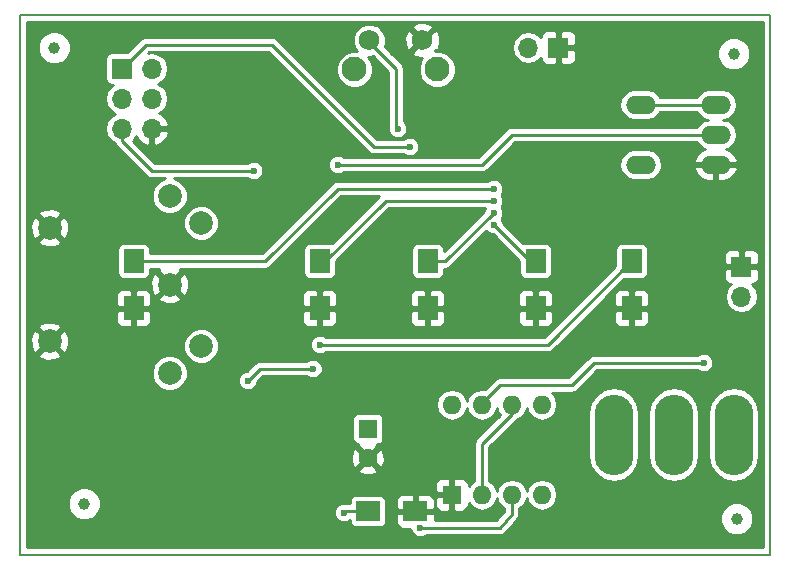
<source format=gbr>
G04 #@! TF.FileFunction,Copper,L2,Bot,Signal*
%FSLAX46Y46*%
G04 Gerber Fmt 4.6, Leading zero omitted, Abs format (unit mm)*
G04 Created by KiCad (PCBNEW 4.0.7-e2-6376~61~ubuntu18.04.1) date Wed Jul 18 23:52:16 2018*
%MOMM*%
%LPD*%
G01*
G04 APERTURE LIST*
%ADD10C,0.100000*%
%ADD11C,0.150000*%
%ADD12R,1.600000X1.600000*%
%ADD13O,1.600000X1.600000*%
%ADD14R,1.700000X2.000000*%
%ADD15R,2.000000X1.700000*%
%ADD16C,1.600000*%
%ADD17R,1.700000X1.700000*%
%ADD18O,1.700000X1.700000*%
%ADD19C,2.100000*%
%ADD20C,1.750000*%
%ADD21O,3.300000X6.800000*%
%ADD22O,2.540000X1.524000*%
%ADD23C,2.000000*%
%ADD24C,1.000000*%
%ADD25C,0.600000*%
%ADD26C,0.250000*%
%ADD27C,0.254000*%
G04 APERTURE END LIST*
D10*
D11*
X0Y127000D02*
X0Y45847000D01*
X63500000Y127000D02*
X0Y127000D01*
X63500000Y127000D02*
X63500000Y45847000D01*
X63500000Y45847000D02*
X0Y45847000D01*
D12*
X36576000Y5207000D03*
D13*
X44196000Y12827000D03*
X39116000Y5207000D03*
X41656000Y12827000D03*
X41656000Y5207000D03*
X39116000Y12827000D03*
X44196000Y5207000D03*
X36576000Y12827000D03*
D14*
X43688000Y20987000D03*
X43688000Y24987000D03*
X25400000Y20987000D03*
X25400000Y24987000D03*
X9652000Y20987000D03*
X9652000Y24987000D03*
X51816000Y20987000D03*
X51816000Y24987000D03*
X34544000Y20987000D03*
X34544000Y24987000D03*
D15*
X33496000Y3810000D03*
X29496000Y3810000D03*
D12*
X29464000Y10795000D03*
D16*
X29464000Y8295000D03*
D17*
X8636000Y41275000D03*
D18*
X11176000Y41275000D03*
X8636000Y38735000D03*
X11176000Y38735000D03*
X8636000Y36195000D03*
X11176000Y36195000D03*
D19*
X35351000Y41198000D03*
D20*
X34091000Y43688000D03*
X29591000Y43688000D03*
D19*
X28341000Y41198000D03*
D21*
X60452000Y10287000D03*
X50292000Y10287000D03*
X55372000Y10287000D03*
D17*
X61087000Y24511000D03*
D18*
X61087000Y21971000D03*
D17*
X45593000Y43053000D03*
D18*
X43053000Y43053000D03*
D22*
X52578000Y38227000D03*
X52578000Y33147000D03*
X58928000Y38227000D03*
X58928000Y35687000D03*
X58928000Y33147000D03*
D23*
X2540000Y27787000D03*
X15367000Y28194000D03*
X15367000Y17780000D03*
X12700000Y15487000D03*
X12700000Y22987000D03*
X12700000Y30487000D03*
X2540000Y18187000D03*
D24*
X5461000Y4445000D03*
X2921000Y43053000D03*
X60452000Y42545000D03*
X60706000Y3175000D03*
D25*
X24826000Y15875000D03*
X19304000Y14859000D03*
X22860000Y21717000D03*
X29083000Y30226000D03*
X16510000Y36195000D03*
X32004000Y24257000D03*
X40132000Y31115000D03*
X40132000Y30099000D03*
X40132000Y29083000D03*
X40132000Y28067000D03*
X25400000Y17907000D03*
X27432000Y3683000D03*
X33909000Y2413000D03*
X26924000Y33147000D03*
X32004000Y36195000D03*
X33020000Y34671000D03*
X19812000Y32639000D03*
X57912000Y16383000D03*
D26*
X20320000Y15875000D02*
X24892000Y15875000D01*
X24826000Y15875000D02*
X24892000Y15875000D01*
X52578000Y38227000D02*
X58928000Y38227000D01*
X19304000Y14859000D02*
X20320000Y15875000D01*
X25400000Y20987000D02*
X23590000Y20987000D01*
X23590000Y20987000D02*
X22860000Y21717000D01*
X11176000Y36195000D02*
X16510000Y36195000D01*
X41656000Y12827000D02*
X41656000Y12065000D01*
X41656000Y12065000D02*
X39116000Y9525000D01*
X39116000Y9525000D02*
X39116000Y5207000D01*
X16764000Y24987000D02*
X9652000Y24987000D01*
X16764000Y24987000D02*
X16764000Y24987000D01*
X16764000Y24987000D02*
X20796000Y24987000D01*
X26924000Y31115000D02*
X40132000Y31115000D01*
X20796000Y24987000D02*
X26924000Y31115000D01*
X25400000Y24987000D02*
X25876000Y24987000D01*
X25876000Y24987000D02*
X30988000Y30099000D01*
X30988000Y30099000D02*
X40132000Y30099000D01*
X25400000Y24987000D02*
X25400000Y25527000D01*
X34544000Y24987000D02*
X36036000Y24987000D01*
X36036000Y24987000D02*
X40132000Y29083000D01*
X34544000Y24987000D02*
X34544000Y25527000D01*
X43688000Y24987000D02*
X43212000Y24987000D01*
X43212000Y24987000D02*
X40132000Y28067000D01*
X44704000Y17907000D02*
X51784000Y24987000D01*
X25400000Y17907000D02*
X44704000Y17907000D01*
X51784000Y24987000D02*
X51816000Y24987000D01*
X27559000Y3810000D02*
X29496000Y3810000D01*
X27432000Y3683000D02*
X27559000Y3810000D01*
X41656000Y3556000D02*
X41656000Y5207000D01*
X40640000Y2413000D02*
X41656000Y3556000D01*
X33909000Y2413000D02*
X40640000Y2413000D01*
X41656000Y35687000D02*
X58928000Y35687000D01*
X39116000Y33147000D02*
X41656000Y35687000D01*
X26924000Y33147000D02*
X39116000Y33147000D01*
X29591000Y43688000D02*
X29591000Y43561000D01*
X29591000Y43561000D02*
X31877000Y41275000D01*
X31877000Y41275000D02*
X31877000Y36449000D01*
X31877000Y36449000D02*
X32004000Y36322000D01*
X32004000Y36322000D02*
X32004000Y36195000D01*
X10668000Y43307000D02*
X8636000Y41275000D01*
X21336000Y43307000D02*
X10668000Y43307000D01*
X29972000Y34671000D02*
X21336000Y43307000D01*
X33020000Y34671000D02*
X29972000Y34671000D01*
X11176000Y32639000D02*
X19812000Y32639000D01*
X8636000Y36195000D02*
X8636000Y35179000D01*
X8636000Y35179000D02*
X11176000Y32639000D01*
X8636000Y36195000D02*
X8636000Y35687000D01*
X39116000Y12827000D02*
X39116000Y12954000D01*
X39116000Y12954000D02*
X40640000Y14478000D01*
X48641000Y16383000D02*
X57912000Y16383000D01*
X46736000Y14478000D02*
X48641000Y16383000D01*
X40640000Y14478000D02*
X46736000Y14478000D01*
X60452000Y12827000D02*
X60452000Y10287000D01*
D27*
G36*
X62898000Y729000D02*
X602000Y729000D01*
X602000Y4168339D01*
X4063758Y4168339D01*
X4275990Y3654697D01*
X4668630Y3261371D01*
X5181900Y3048243D01*
X5737661Y3047758D01*
X6251303Y3259990D01*
X6510986Y3519221D01*
X26604857Y3519221D01*
X26730495Y3215154D01*
X26962930Y2982312D01*
X27266778Y2856144D01*
X27595779Y2855857D01*
X27899846Y2981495D01*
X27958676Y3040222D01*
X27958676Y2960000D01*
X27995423Y2764706D01*
X28110842Y2585340D01*
X28286951Y2465010D01*
X28496000Y2422676D01*
X30496000Y2422676D01*
X30691294Y2459423D01*
X30870660Y2574842D01*
X30990990Y2750951D01*
X31033324Y2960000D01*
X31033324Y3524250D01*
X31861000Y3524250D01*
X31861000Y2833690D01*
X31957673Y2600301D01*
X32136302Y2421673D01*
X32369691Y2325000D01*
X33081923Y2325000D01*
X33081857Y2249221D01*
X33207495Y1945154D01*
X33439930Y1712312D01*
X33743778Y1586144D01*
X34072779Y1585857D01*
X34376846Y1711495D01*
X34426438Y1761000D01*
X40640000Y1761000D01*
X40659048Y1764789D01*
X40678287Y1762125D01*
X40783188Y1789482D01*
X40889510Y1810631D01*
X40905659Y1821421D01*
X40924451Y1826322D01*
X41010889Y1891733D01*
X41101034Y1951966D01*
X41111825Y1968116D01*
X41127311Y1979835D01*
X41943759Y2898339D01*
X59308758Y2898339D01*
X59520990Y2384697D01*
X59913630Y1991371D01*
X60426900Y1778243D01*
X60982661Y1777758D01*
X61496303Y1989990D01*
X61889629Y2382630D01*
X62102757Y2895900D01*
X62103242Y3451661D01*
X61891010Y3965303D01*
X61498370Y4358629D01*
X60985100Y4571757D01*
X60429339Y4572242D01*
X59915697Y4360010D01*
X59522371Y3967370D01*
X59309243Y3454100D01*
X59308758Y2898339D01*
X41943759Y2898339D01*
X42143311Y3122835D01*
X42198140Y3216351D01*
X42258369Y3306490D01*
X42262158Y3325538D01*
X42271982Y3342294D01*
X42286853Y3449688D01*
X42308000Y3556000D01*
X42308000Y4051352D01*
X42594331Y4242672D01*
X42881988Y4673182D01*
X42926000Y4894445D01*
X42970012Y4673182D01*
X43257669Y4242672D01*
X43688179Y3955015D01*
X44196000Y3854003D01*
X44703821Y3955015D01*
X45134331Y4242672D01*
X45421988Y4673182D01*
X45523000Y5181003D01*
X45523000Y5232997D01*
X45421988Y5740818D01*
X45134331Y6171328D01*
X44703821Y6458985D01*
X44196000Y6559997D01*
X43688179Y6458985D01*
X43257669Y6171328D01*
X42970012Y5740818D01*
X42926000Y5519555D01*
X42881988Y5740818D01*
X42594331Y6171328D01*
X42163821Y6458985D01*
X41656000Y6559997D01*
X41148179Y6458985D01*
X40717669Y6171328D01*
X40430012Y5740818D01*
X40386000Y5519555D01*
X40341988Y5740818D01*
X40054331Y6171328D01*
X39768000Y6362648D01*
X39768000Y9254932D01*
X42069276Y11556209D01*
X42163821Y11575015D01*
X42594331Y11862672D01*
X42881988Y12293182D01*
X42926000Y12514445D01*
X42970012Y12293182D01*
X43257669Y11862672D01*
X43688179Y11575015D01*
X44196000Y11474003D01*
X44703821Y11575015D01*
X45134331Y11862672D01*
X45302218Y12113934D01*
X48115000Y12113934D01*
X48115000Y8460066D01*
X48280714Y7626964D01*
X48752629Y6920695D01*
X49458898Y6448780D01*
X50292000Y6283066D01*
X51125102Y6448780D01*
X51831371Y6920695D01*
X52303286Y7626964D01*
X52469000Y8460066D01*
X52469000Y12113934D01*
X53195000Y12113934D01*
X53195000Y8460066D01*
X53360714Y7626964D01*
X53832629Y6920695D01*
X54538898Y6448780D01*
X55372000Y6283066D01*
X56205102Y6448780D01*
X56911371Y6920695D01*
X57383286Y7626964D01*
X57549000Y8460066D01*
X57549000Y12113934D01*
X58275000Y12113934D01*
X58275000Y8460066D01*
X58440714Y7626964D01*
X58912629Y6920695D01*
X59618898Y6448780D01*
X60452000Y6283066D01*
X61285102Y6448780D01*
X61991371Y6920695D01*
X62463286Y7626964D01*
X62629000Y8460066D01*
X62629000Y12113934D01*
X62463286Y12947036D01*
X61991371Y13653305D01*
X61285102Y14125220D01*
X60452000Y14290934D01*
X59618898Y14125220D01*
X58912629Y13653305D01*
X58440714Y12947036D01*
X58275000Y12113934D01*
X57549000Y12113934D01*
X57383286Y12947036D01*
X56911371Y13653305D01*
X56205102Y14125220D01*
X55372000Y14290934D01*
X54538898Y14125220D01*
X53832629Y13653305D01*
X53360714Y12947036D01*
X53195000Y12113934D01*
X52469000Y12113934D01*
X52303286Y12947036D01*
X51831371Y13653305D01*
X51125102Y14125220D01*
X50292000Y14290934D01*
X49458898Y14125220D01*
X48752629Y13653305D01*
X48280714Y12947036D01*
X48115000Y12113934D01*
X45302218Y12113934D01*
X45421988Y12293182D01*
X45523000Y12801003D01*
X45523000Y12852997D01*
X45421988Y13360818D01*
X45134331Y13791328D01*
X45082441Y13826000D01*
X46735995Y13826000D01*
X46736000Y13825999D01*
X46944113Y13867396D01*
X46985510Y13875631D01*
X47197034Y14016966D01*
X48911068Y15731000D01*
X57394327Y15731000D01*
X57442930Y15682312D01*
X57746778Y15556144D01*
X58075779Y15555857D01*
X58379846Y15681495D01*
X58612688Y15913930D01*
X58738856Y16217778D01*
X58739143Y16546779D01*
X58613505Y16850846D01*
X58381070Y17083688D01*
X58077222Y17209856D01*
X57748221Y17210143D01*
X57444154Y17084505D01*
X57394562Y17035000D01*
X48641005Y17035000D01*
X48641000Y17035001D01*
X48391491Y16985370D01*
X48179966Y16844034D01*
X46465932Y15130000D01*
X40640000Y15130000D01*
X40390490Y15080369D01*
X40178966Y14939034D01*
X40178964Y14939031D01*
X39369504Y14129572D01*
X39116000Y14179997D01*
X38608179Y14078985D01*
X38177669Y13791328D01*
X37890012Y13360818D01*
X37846000Y13139555D01*
X37801988Y13360818D01*
X37514331Y13791328D01*
X37083821Y14078985D01*
X36576000Y14179997D01*
X36068179Y14078985D01*
X35637669Y13791328D01*
X35350012Y13360818D01*
X35249000Y12852997D01*
X35249000Y12801003D01*
X35350012Y12293182D01*
X35637669Y11862672D01*
X36068179Y11575015D01*
X36576000Y11474003D01*
X37083821Y11575015D01*
X37514331Y11862672D01*
X37801988Y12293182D01*
X37846000Y12514445D01*
X37890012Y12293182D01*
X38177669Y11862672D01*
X38608179Y11575015D01*
X39116000Y11474003D01*
X39623821Y11575015D01*
X40054331Y11862672D01*
X40341988Y12293182D01*
X40386000Y12514445D01*
X40430012Y12293182D01*
X40643142Y11974209D01*
X38654966Y9986034D01*
X38513631Y9774510D01*
X38513631Y9774509D01*
X38463999Y9525000D01*
X38464000Y9524995D01*
X38464000Y6362648D01*
X38177669Y6171328D01*
X38011000Y5921890D01*
X38011000Y6133309D01*
X37914327Y6366698D01*
X37735699Y6545327D01*
X37502310Y6642000D01*
X36861750Y6642000D01*
X36703000Y6483250D01*
X36703000Y5334000D01*
X36723000Y5334000D01*
X36723000Y5080000D01*
X36703000Y5080000D01*
X36703000Y3930750D01*
X36861750Y3772000D01*
X37502310Y3772000D01*
X37735699Y3868673D01*
X37914327Y4047302D01*
X38011000Y4280691D01*
X38011000Y4492110D01*
X38177669Y4242672D01*
X38608179Y3955015D01*
X39116000Y3854003D01*
X39623821Y3955015D01*
X40054331Y4242672D01*
X40341988Y4673182D01*
X40386000Y4894445D01*
X40430012Y4673182D01*
X40717669Y4242672D01*
X41004000Y4051352D01*
X41004000Y3803891D01*
X40347209Y3065000D01*
X35131000Y3065000D01*
X35131000Y3524250D01*
X34972250Y3683000D01*
X33623000Y3683000D01*
X33623000Y3663000D01*
X33369000Y3663000D01*
X33369000Y3683000D01*
X32019750Y3683000D01*
X31861000Y3524250D01*
X31033324Y3524250D01*
X31033324Y4660000D01*
X31009558Y4786310D01*
X31861000Y4786310D01*
X31861000Y4095750D01*
X32019750Y3937000D01*
X33369000Y3937000D01*
X33369000Y5136250D01*
X33623000Y5136250D01*
X33623000Y3937000D01*
X34972250Y3937000D01*
X35131000Y4095750D01*
X35131000Y4786310D01*
X35075106Y4921250D01*
X35141000Y4921250D01*
X35141000Y4280691D01*
X35237673Y4047302D01*
X35416301Y3868673D01*
X35649690Y3772000D01*
X36290250Y3772000D01*
X36449000Y3930750D01*
X36449000Y5080000D01*
X35299750Y5080000D01*
X35141000Y4921250D01*
X35075106Y4921250D01*
X35034327Y5019699D01*
X34855698Y5198327D01*
X34622309Y5295000D01*
X33781750Y5295000D01*
X33623000Y5136250D01*
X33369000Y5136250D01*
X33210250Y5295000D01*
X32369691Y5295000D01*
X32136302Y5198327D01*
X31957673Y5019699D01*
X31861000Y4786310D01*
X31009558Y4786310D01*
X30996577Y4855294D01*
X30881158Y5034660D01*
X30705049Y5154990D01*
X30496000Y5197324D01*
X28496000Y5197324D01*
X28300706Y5160577D01*
X28121340Y5045158D01*
X28001010Y4869049D01*
X27958676Y4660000D01*
X27958676Y4462000D01*
X27712473Y4462000D01*
X27597222Y4509856D01*
X27268221Y4510143D01*
X26964154Y4384505D01*
X26731312Y4152070D01*
X26605144Y3848222D01*
X26604857Y3519221D01*
X6510986Y3519221D01*
X6644629Y3652630D01*
X6857757Y4165900D01*
X6858242Y4721661D01*
X6646010Y5235303D01*
X6253370Y5628629D01*
X5740100Y5841757D01*
X5184339Y5842242D01*
X4670697Y5630010D01*
X4277371Y5237370D01*
X4064243Y4724100D01*
X4063758Y4168339D01*
X602000Y4168339D01*
X602000Y6133309D01*
X35141000Y6133309D01*
X35141000Y5492750D01*
X35299750Y5334000D01*
X36449000Y5334000D01*
X36449000Y6483250D01*
X36290250Y6642000D01*
X35649690Y6642000D01*
X35416301Y6545327D01*
X35237673Y6366698D01*
X35141000Y6133309D01*
X602000Y6133309D01*
X602000Y7287255D01*
X28635861Y7287255D01*
X28709995Y7041136D01*
X29247223Y6848035D01*
X29817454Y6875222D01*
X30218005Y7041136D01*
X30292139Y7287255D01*
X29464000Y8115395D01*
X28635861Y7287255D01*
X602000Y7287255D01*
X602000Y8511777D01*
X28017035Y8511777D01*
X28044222Y7941546D01*
X28210136Y7540995D01*
X28456255Y7466861D01*
X29284395Y8295000D01*
X29643605Y8295000D01*
X30471745Y7466861D01*
X30717864Y7540995D01*
X30910965Y8078223D01*
X30883778Y8648454D01*
X30717864Y9049005D01*
X30471745Y9123139D01*
X29643605Y8295000D01*
X29284395Y8295000D01*
X28456255Y9123139D01*
X28210136Y9049005D01*
X28017035Y8511777D01*
X602000Y8511777D01*
X602000Y11595000D01*
X28126676Y11595000D01*
X28126676Y9995000D01*
X28163423Y9799706D01*
X28278842Y9620340D01*
X28454951Y9500010D01*
X28664000Y9457676D01*
X28682528Y9457676D01*
X28635861Y9302745D01*
X29464000Y8474605D01*
X30292139Y9302745D01*
X30245472Y9457676D01*
X30264000Y9457676D01*
X30459294Y9494423D01*
X30638660Y9609842D01*
X30758990Y9785951D01*
X30801324Y9995000D01*
X30801324Y11595000D01*
X30764577Y11790294D01*
X30649158Y11969660D01*
X30473049Y12089990D01*
X30264000Y12132324D01*
X28664000Y12132324D01*
X28468706Y12095577D01*
X28289340Y11980158D01*
X28169010Y11804049D01*
X28126676Y11595000D01*
X602000Y11595000D01*
X602000Y15184593D01*
X11172735Y15184593D01*
X11404717Y14623154D01*
X11833894Y14193227D01*
X12394928Y13960265D01*
X13002407Y13959735D01*
X13563846Y14191717D01*
X13993773Y14620894D01*
X14024636Y14695221D01*
X18476857Y14695221D01*
X18602495Y14391154D01*
X18834930Y14158312D01*
X19138778Y14032144D01*
X19467779Y14031857D01*
X19771846Y14157495D01*
X20004688Y14389930D01*
X20130856Y14693778D01*
X20130917Y14763849D01*
X20590068Y15223000D01*
X24308327Y15223000D01*
X24356930Y15174312D01*
X24660778Y15048144D01*
X24989779Y15047857D01*
X25293846Y15173495D01*
X25526688Y15405930D01*
X25652856Y15709778D01*
X25653143Y16038779D01*
X25527505Y16342846D01*
X25295070Y16575688D01*
X24991222Y16701856D01*
X24662221Y16702143D01*
X24358154Y16576505D01*
X24308562Y16527000D01*
X20320005Y16527000D01*
X20320000Y16527001D01*
X20115022Y16486227D01*
X20070490Y16477369D01*
X19929256Y16383000D01*
X19858966Y16336034D01*
X19209015Y15686083D01*
X19140221Y15686143D01*
X18836154Y15560505D01*
X18603312Y15328070D01*
X18477144Y15024222D01*
X18476857Y14695221D01*
X14024636Y14695221D01*
X14226735Y15181928D01*
X14227265Y15789407D01*
X13995283Y16350846D01*
X13566106Y16780773D01*
X13005072Y17013735D01*
X12397593Y17014265D01*
X11836154Y16782283D01*
X11406227Y16353106D01*
X11173265Y15792072D01*
X11172735Y15184593D01*
X602000Y15184593D01*
X602000Y17034468D01*
X1567073Y17034468D01*
X1665736Y16767613D01*
X2275461Y16541092D01*
X2925460Y16565144D01*
X3414264Y16767613D01*
X3512927Y17034468D01*
X2540000Y18007395D01*
X1567073Y17034468D01*
X602000Y17034468D01*
X602000Y18451539D01*
X894092Y18451539D01*
X918144Y17801540D01*
X1120613Y17312736D01*
X1387468Y17214073D01*
X2360395Y18187000D01*
X2719605Y18187000D01*
X3692532Y17214073D01*
X3959387Y17312736D01*
X4020633Y17477593D01*
X13839735Y17477593D01*
X14071717Y16916154D01*
X14500894Y16486227D01*
X15061928Y16253265D01*
X15669407Y16252735D01*
X16230846Y16484717D01*
X16660773Y16913894D01*
X16893735Y17474928D01*
X16893969Y17743221D01*
X24572857Y17743221D01*
X24698495Y17439154D01*
X24930930Y17206312D01*
X25234778Y17080144D01*
X25563779Y17079857D01*
X25867846Y17205495D01*
X25917438Y17255000D01*
X44703995Y17255000D01*
X44704000Y17254999D01*
X44912113Y17296396D01*
X44953510Y17304631D01*
X45165034Y17445966D01*
X48420318Y20701250D01*
X50331000Y20701250D01*
X50331000Y19860691D01*
X50427673Y19627302D01*
X50606301Y19448673D01*
X50839690Y19352000D01*
X51530250Y19352000D01*
X51689000Y19510750D01*
X51689000Y20860000D01*
X51943000Y20860000D01*
X51943000Y19510750D01*
X52101750Y19352000D01*
X52792310Y19352000D01*
X53025699Y19448673D01*
X53204327Y19627302D01*
X53301000Y19860691D01*
X53301000Y20701250D01*
X53142250Y20860000D01*
X51943000Y20860000D01*
X51689000Y20860000D01*
X50489750Y20860000D01*
X50331000Y20701250D01*
X48420318Y20701250D01*
X49832377Y22113309D01*
X50331000Y22113309D01*
X50331000Y21272750D01*
X50489750Y21114000D01*
X51689000Y21114000D01*
X51689000Y22463250D01*
X51943000Y22463250D01*
X51943000Y21114000D01*
X53142250Y21114000D01*
X53301000Y21272750D01*
X53301000Y22113309D01*
X53204327Y22346698D01*
X53025699Y22525327D01*
X52792310Y22622000D01*
X52101750Y22622000D01*
X51943000Y22463250D01*
X51689000Y22463250D01*
X51530250Y22622000D01*
X50839690Y22622000D01*
X50606301Y22525327D01*
X50427673Y22346698D01*
X50331000Y22113309D01*
X49832377Y22113309D01*
X51168744Y23449676D01*
X52666000Y23449676D01*
X52861294Y23486423D01*
X53040660Y23601842D01*
X53160990Y23777951D01*
X53203324Y23987000D01*
X53203324Y24225250D01*
X59602000Y24225250D01*
X59602000Y23534690D01*
X59698673Y23301301D01*
X59877302Y23122673D01*
X60110691Y23026000D01*
X60208032Y23026000D01*
X60086337Y22944686D01*
X59787841Y22497955D01*
X59683023Y21971000D01*
X59787841Y21444045D01*
X60086337Y20997314D01*
X60533068Y20698818D01*
X61060023Y20594000D01*
X61113977Y20594000D01*
X61640932Y20698818D01*
X62087663Y20997314D01*
X62386159Y21444045D01*
X62490977Y21971000D01*
X62386159Y22497955D01*
X62087663Y22944686D01*
X61965968Y23026000D01*
X62063309Y23026000D01*
X62296698Y23122673D01*
X62475327Y23301301D01*
X62572000Y23534690D01*
X62572000Y24225250D01*
X62413250Y24384000D01*
X61214000Y24384000D01*
X61214000Y24364000D01*
X60960000Y24364000D01*
X60960000Y24384000D01*
X59760750Y24384000D01*
X59602000Y24225250D01*
X53203324Y24225250D01*
X53203324Y25487310D01*
X59602000Y25487310D01*
X59602000Y24796750D01*
X59760750Y24638000D01*
X60960000Y24638000D01*
X60960000Y25837250D01*
X61214000Y25837250D01*
X61214000Y24638000D01*
X62413250Y24638000D01*
X62572000Y24796750D01*
X62572000Y25487310D01*
X62475327Y25720699D01*
X62296698Y25899327D01*
X62063309Y25996000D01*
X61372750Y25996000D01*
X61214000Y25837250D01*
X60960000Y25837250D01*
X60801250Y25996000D01*
X60110691Y25996000D01*
X59877302Y25899327D01*
X59698673Y25720699D01*
X59602000Y25487310D01*
X53203324Y25487310D01*
X53203324Y25987000D01*
X53166577Y26182294D01*
X53051158Y26361660D01*
X52875049Y26481990D01*
X52666000Y26524324D01*
X50966000Y26524324D01*
X50770706Y26487577D01*
X50591340Y26372158D01*
X50471010Y26196049D01*
X50428676Y25987000D01*
X50428676Y24553744D01*
X44433932Y18559000D01*
X25917673Y18559000D01*
X25869070Y18607688D01*
X25565222Y18733856D01*
X25236221Y18734143D01*
X24932154Y18608505D01*
X24699312Y18376070D01*
X24573144Y18072222D01*
X24572857Y17743221D01*
X16893969Y17743221D01*
X16894265Y18082407D01*
X16662283Y18643846D01*
X16233106Y19073773D01*
X15672072Y19306735D01*
X15064593Y19307265D01*
X14503154Y19075283D01*
X14073227Y18646106D01*
X13840265Y18085072D01*
X13839735Y17477593D01*
X4020633Y17477593D01*
X4185908Y17922461D01*
X4161856Y18572460D01*
X3959387Y19061264D01*
X3692532Y19159927D01*
X2719605Y18187000D01*
X2360395Y18187000D01*
X1387468Y19159927D01*
X1120613Y19061264D01*
X894092Y18451539D01*
X602000Y18451539D01*
X602000Y19339532D01*
X1567073Y19339532D01*
X2540000Y18366605D01*
X3512927Y19339532D01*
X3414264Y19606387D01*
X2804539Y19832908D01*
X2154540Y19808856D01*
X1665736Y19606387D01*
X1567073Y19339532D01*
X602000Y19339532D01*
X602000Y20701250D01*
X8167000Y20701250D01*
X8167000Y19860691D01*
X8263673Y19627302D01*
X8442301Y19448673D01*
X8675690Y19352000D01*
X9366250Y19352000D01*
X9525000Y19510750D01*
X9525000Y20860000D01*
X9779000Y20860000D01*
X9779000Y19510750D01*
X9937750Y19352000D01*
X10628310Y19352000D01*
X10861699Y19448673D01*
X11040327Y19627302D01*
X11137000Y19860691D01*
X11137000Y20701250D01*
X23915000Y20701250D01*
X23915000Y19860691D01*
X24011673Y19627302D01*
X24190301Y19448673D01*
X24423690Y19352000D01*
X25114250Y19352000D01*
X25273000Y19510750D01*
X25273000Y20860000D01*
X25527000Y20860000D01*
X25527000Y19510750D01*
X25685750Y19352000D01*
X26376310Y19352000D01*
X26609699Y19448673D01*
X26788327Y19627302D01*
X26885000Y19860691D01*
X26885000Y20701250D01*
X33059000Y20701250D01*
X33059000Y19860691D01*
X33155673Y19627302D01*
X33334301Y19448673D01*
X33567690Y19352000D01*
X34258250Y19352000D01*
X34417000Y19510750D01*
X34417000Y20860000D01*
X34671000Y20860000D01*
X34671000Y19510750D01*
X34829750Y19352000D01*
X35520310Y19352000D01*
X35753699Y19448673D01*
X35932327Y19627302D01*
X36029000Y19860691D01*
X36029000Y20701250D01*
X42203000Y20701250D01*
X42203000Y19860691D01*
X42299673Y19627302D01*
X42478301Y19448673D01*
X42711690Y19352000D01*
X43402250Y19352000D01*
X43561000Y19510750D01*
X43561000Y20860000D01*
X43815000Y20860000D01*
X43815000Y19510750D01*
X43973750Y19352000D01*
X44664310Y19352000D01*
X44897699Y19448673D01*
X45076327Y19627302D01*
X45173000Y19860691D01*
X45173000Y20701250D01*
X45014250Y20860000D01*
X43815000Y20860000D01*
X43561000Y20860000D01*
X42361750Y20860000D01*
X42203000Y20701250D01*
X36029000Y20701250D01*
X35870250Y20860000D01*
X34671000Y20860000D01*
X34417000Y20860000D01*
X33217750Y20860000D01*
X33059000Y20701250D01*
X26885000Y20701250D01*
X26726250Y20860000D01*
X25527000Y20860000D01*
X25273000Y20860000D01*
X24073750Y20860000D01*
X23915000Y20701250D01*
X11137000Y20701250D01*
X10978250Y20860000D01*
X9779000Y20860000D01*
X9525000Y20860000D01*
X8325750Y20860000D01*
X8167000Y20701250D01*
X602000Y20701250D01*
X602000Y22113309D01*
X8167000Y22113309D01*
X8167000Y21272750D01*
X8325750Y21114000D01*
X9525000Y21114000D01*
X9525000Y22463250D01*
X9779000Y22463250D01*
X9779000Y21114000D01*
X10978250Y21114000D01*
X11137000Y21272750D01*
X11137000Y21834468D01*
X11727073Y21834468D01*
X11825736Y21567613D01*
X12435461Y21341092D01*
X13085460Y21365144D01*
X13574264Y21567613D01*
X13672927Y21834468D01*
X12700000Y22807395D01*
X11727073Y21834468D01*
X11137000Y21834468D01*
X11137000Y22113309D01*
X11040327Y22346698D01*
X10861699Y22525327D01*
X10628310Y22622000D01*
X9937750Y22622000D01*
X9779000Y22463250D01*
X9525000Y22463250D01*
X9366250Y22622000D01*
X8675690Y22622000D01*
X8442301Y22525327D01*
X8263673Y22346698D01*
X8167000Y22113309D01*
X602000Y22113309D01*
X602000Y23251539D01*
X11054092Y23251539D01*
X11078144Y22601540D01*
X11280613Y22112736D01*
X11547468Y22014073D01*
X12520395Y22987000D01*
X12879605Y22987000D01*
X13852532Y22014073D01*
X14119387Y22112736D01*
X14119599Y22113309D01*
X23915000Y22113309D01*
X23915000Y21272750D01*
X24073750Y21114000D01*
X25273000Y21114000D01*
X25273000Y22463250D01*
X25527000Y22463250D01*
X25527000Y21114000D01*
X26726250Y21114000D01*
X26885000Y21272750D01*
X26885000Y22113309D01*
X33059000Y22113309D01*
X33059000Y21272750D01*
X33217750Y21114000D01*
X34417000Y21114000D01*
X34417000Y22463250D01*
X34671000Y22463250D01*
X34671000Y21114000D01*
X35870250Y21114000D01*
X36029000Y21272750D01*
X36029000Y22113309D01*
X42203000Y22113309D01*
X42203000Y21272750D01*
X42361750Y21114000D01*
X43561000Y21114000D01*
X43561000Y22463250D01*
X43815000Y22463250D01*
X43815000Y21114000D01*
X45014250Y21114000D01*
X45173000Y21272750D01*
X45173000Y22113309D01*
X45076327Y22346698D01*
X44897699Y22525327D01*
X44664310Y22622000D01*
X43973750Y22622000D01*
X43815000Y22463250D01*
X43561000Y22463250D01*
X43402250Y22622000D01*
X42711690Y22622000D01*
X42478301Y22525327D01*
X42299673Y22346698D01*
X42203000Y22113309D01*
X36029000Y22113309D01*
X35932327Y22346698D01*
X35753699Y22525327D01*
X35520310Y22622000D01*
X34829750Y22622000D01*
X34671000Y22463250D01*
X34417000Y22463250D01*
X34258250Y22622000D01*
X33567690Y22622000D01*
X33334301Y22525327D01*
X33155673Y22346698D01*
X33059000Y22113309D01*
X26885000Y22113309D01*
X26788327Y22346698D01*
X26609699Y22525327D01*
X26376310Y22622000D01*
X25685750Y22622000D01*
X25527000Y22463250D01*
X25273000Y22463250D01*
X25114250Y22622000D01*
X24423690Y22622000D01*
X24190301Y22525327D01*
X24011673Y22346698D01*
X23915000Y22113309D01*
X14119599Y22113309D01*
X14345908Y22722461D01*
X14321856Y23372460D01*
X14119387Y23861264D01*
X13852532Y23959927D01*
X12879605Y22987000D01*
X12520395Y22987000D01*
X11547468Y23959927D01*
X11280613Y23861264D01*
X11054092Y23251539D01*
X602000Y23251539D01*
X602000Y25987000D01*
X8264676Y25987000D01*
X8264676Y23987000D01*
X8301423Y23791706D01*
X8416842Y23612340D01*
X8592951Y23492010D01*
X8802000Y23449676D01*
X10502000Y23449676D01*
X10697294Y23486423D01*
X10876660Y23601842D01*
X10996990Y23777951D01*
X11039324Y23987000D01*
X11039324Y24335000D01*
X11799342Y24335000D01*
X11727073Y24139532D01*
X12700000Y23166605D01*
X13672927Y24139532D01*
X13600658Y24335000D01*
X20795995Y24335000D01*
X20796000Y24334999D01*
X21004113Y24376396D01*
X21045510Y24384631D01*
X21257034Y24525966D01*
X27194067Y30463000D01*
X30429933Y30463000D01*
X26450628Y26483695D01*
X26250000Y26524324D01*
X24550000Y26524324D01*
X24354706Y26487577D01*
X24175340Y26372158D01*
X24055010Y26196049D01*
X24012676Y25987000D01*
X24012676Y23987000D01*
X24049423Y23791706D01*
X24164842Y23612340D01*
X24340951Y23492010D01*
X24550000Y23449676D01*
X26250000Y23449676D01*
X26445294Y23486423D01*
X26624660Y23601842D01*
X26744990Y23777951D01*
X26787324Y23987000D01*
X26787324Y24976256D01*
X31258067Y29447000D01*
X39387683Y29447000D01*
X39305144Y29248222D01*
X39305083Y29178150D01*
X35931324Y25804392D01*
X35931324Y25987000D01*
X35894577Y26182294D01*
X35779158Y26361660D01*
X35603049Y26481990D01*
X35394000Y26524324D01*
X33694000Y26524324D01*
X33498706Y26487577D01*
X33319340Y26372158D01*
X33199010Y26196049D01*
X33156676Y25987000D01*
X33156676Y23987000D01*
X33193423Y23791706D01*
X33308842Y23612340D01*
X33484951Y23492010D01*
X33694000Y23449676D01*
X35394000Y23449676D01*
X35589294Y23486423D01*
X35768660Y23601842D01*
X35888990Y23777951D01*
X35931324Y23987000D01*
X35931324Y24335000D01*
X36035995Y24335000D01*
X36036000Y24334999D01*
X36244113Y24376396D01*
X36285510Y24384631D01*
X36497034Y24525966D01*
X39500297Y27529230D01*
X39662930Y27366312D01*
X39966778Y27240144D01*
X40036849Y27240083D01*
X42300676Y24976257D01*
X42300676Y23987000D01*
X42337423Y23791706D01*
X42452842Y23612340D01*
X42628951Y23492010D01*
X42838000Y23449676D01*
X44538000Y23449676D01*
X44733294Y23486423D01*
X44912660Y23601842D01*
X45032990Y23777951D01*
X45075324Y23987000D01*
X45075324Y25987000D01*
X45038577Y26182294D01*
X44923158Y26361660D01*
X44747049Y26481990D01*
X44538000Y26524324D01*
X42838000Y26524324D01*
X42642706Y26487577D01*
X42637099Y26483969D01*
X40959083Y28161985D01*
X40959143Y28230779D01*
X40833505Y28534846D01*
X40793555Y28574866D01*
X40832688Y28613930D01*
X40958856Y28917778D01*
X40959143Y29246779D01*
X40833505Y29550846D01*
X40793555Y29590866D01*
X40832688Y29629930D01*
X40958856Y29933778D01*
X40959143Y30262779D01*
X40833505Y30566846D01*
X40793555Y30606866D01*
X40832688Y30645930D01*
X40958856Y30949778D01*
X40959143Y31278779D01*
X40833505Y31582846D01*
X40601070Y31815688D01*
X40297222Y31941856D01*
X39968221Y31942143D01*
X39664154Y31816505D01*
X39614562Y31767000D01*
X26924005Y31767000D01*
X26924000Y31767001D01*
X26674491Y31717370D01*
X26674489Y31717369D01*
X26674490Y31717369D01*
X26462966Y31576034D01*
X26462964Y31576031D01*
X20525932Y25639000D01*
X11039324Y25639000D01*
X11039324Y25987000D01*
X11002577Y26182294D01*
X10887158Y26361660D01*
X10711049Y26481990D01*
X10502000Y26524324D01*
X8802000Y26524324D01*
X8606706Y26487577D01*
X8427340Y26372158D01*
X8307010Y26196049D01*
X8264676Y25987000D01*
X602000Y25987000D01*
X602000Y26634468D01*
X1567073Y26634468D01*
X1665736Y26367613D01*
X2275461Y26141092D01*
X2925460Y26165144D01*
X3414264Y26367613D01*
X3512927Y26634468D01*
X2540000Y27607395D01*
X1567073Y26634468D01*
X602000Y26634468D01*
X602000Y28051539D01*
X894092Y28051539D01*
X918144Y27401540D01*
X1120613Y26912736D01*
X1387468Y26814073D01*
X2360395Y27787000D01*
X2719605Y27787000D01*
X3692532Y26814073D01*
X3959387Y26912736D01*
X4185908Y27522461D01*
X4172249Y27891593D01*
X13839735Y27891593D01*
X14071717Y27330154D01*
X14500894Y26900227D01*
X15061928Y26667265D01*
X15669407Y26666735D01*
X16230846Y26898717D01*
X16660773Y27327894D01*
X16893735Y27888928D01*
X16894265Y28496407D01*
X16662283Y29057846D01*
X16233106Y29487773D01*
X15672072Y29720735D01*
X15064593Y29721265D01*
X14503154Y29489283D01*
X14073227Y29060106D01*
X13840265Y28499072D01*
X13839735Y27891593D01*
X4172249Y27891593D01*
X4161856Y28172460D01*
X3959387Y28661264D01*
X3692532Y28759927D01*
X2719605Y27787000D01*
X2360395Y27787000D01*
X1387468Y28759927D01*
X1120613Y28661264D01*
X894092Y28051539D01*
X602000Y28051539D01*
X602000Y28939532D01*
X1567073Y28939532D01*
X2540000Y27966605D01*
X3512927Y28939532D01*
X3414264Y29206387D01*
X2804539Y29432908D01*
X2154540Y29408856D01*
X1665736Y29206387D01*
X1567073Y28939532D01*
X602000Y28939532D01*
X602000Y38735000D01*
X7232023Y38735000D01*
X7336841Y38208045D01*
X7635337Y37761314D01*
X8078802Y37465000D01*
X7635337Y37168686D01*
X7336841Y36721955D01*
X7232023Y36195000D01*
X7336841Y35668045D01*
X7635337Y35221314D01*
X8027737Y34959121D01*
X8033631Y34929490D01*
X8096915Y34834779D01*
X8174966Y34717966D01*
X10714964Y32177969D01*
X10714966Y32177966D01*
X10926490Y32036631D01*
X11176000Y31987000D01*
X12331607Y31987000D01*
X11836154Y31782283D01*
X11406227Y31353106D01*
X11173265Y30792072D01*
X11172735Y30184593D01*
X11404717Y29623154D01*
X11833894Y29193227D01*
X12394928Y28960265D01*
X13002407Y28959735D01*
X13563846Y29191717D01*
X13993773Y29620894D01*
X14226735Y30181928D01*
X14227265Y30789407D01*
X13995283Y31350846D01*
X13566106Y31780773D01*
X13069457Y31987000D01*
X19294327Y31987000D01*
X19342930Y31938312D01*
X19646778Y31812144D01*
X19975779Y31811857D01*
X20279846Y31937495D01*
X20512688Y32169930D01*
X20638856Y32473778D01*
X20639143Y32802779D01*
X20564586Y32983221D01*
X26096857Y32983221D01*
X26222495Y32679154D01*
X26454930Y32446312D01*
X26758778Y32320144D01*
X27087779Y32319857D01*
X27391846Y32445495D01*
X27441438Y32495000D01*
X39115995Y32495000D01*
X39116000Y32494999D01*
X39324113Y32536396D01*
X39365510Y32544631D01*
X39577034Y32685966D01*
X40038067Y33147000D01*
X50745795Y33147000D01*
X50843914Y32653721D01*
X51123334Y32235539D01*
X51541516Y31956119D01*
X52034795Y31858000D01*
X53121205Y31858000D01*
X53614484Y31956119D01*
X54032666Y32235539D01*
X54312086Y32653721D01*
X54341964Y32803930D01*
X57065780Y32803930D01*
X57080740Y32729723D01*
X57342370Y32248974D01*
X57768059Y31904941D01*
X58293000Y31750000D01*
X58801000Y31750000D01*
X58801000Y33020000D01*
X59055000Y33020000D01*
X59055000Y31750000D01*
X59563000Y31750000D01*
X60087941Y31904941D01*
X60513630Y32248974D01*
X60775260Y32729723D01*
X60790220Y32803930D01*
X60667720Y33020000D01*
X59055000Y33020000D01*
X58801000Y33020000D01*
X57188280Y33020000D01*
X57065780Y32803930D01*
X54341964Y32803930D01*
X54410205Y33147000D01*
X54312086Y33640279D01*
X54032666Y34058461D01*
X53614484Y34337881D01*
X53121205Y34436000D01*
X52034795Y34436000D01*
X51541516Y34337881D01*
X51123334Y34058461D01*
X50843914Y33640279D01*
X50745795Y33147000D01*
X40038067Y33147000D01*
X41926067Y35035000D01*
X57299968Y35035000D01*
X57473334Y34775539D01*
X57891516Y34496119D01*
X58034452Y34467687D01*
X57768059Y34389059D01*
X57342370Y34045026D01*
X57080740Y33564277D01*
X57065780Y33490070D01*
X57188280Y33274000D01*
X58801000Y33274000D01*
X58801000Y33294000D01*
X59055000Y33294000D01*
X59055000Y33274000D01*
X60667720Y33274000D01*
X60790220Y33490070D01*
X60775260Y33564277D01*
X60513630Y34045026D01*
X60087941Y34389059D01*
X59821548Y34467687D01*
X59964484Y34496119D01*
X60382666Y34775539D01*
X60662086Y35193721D01*
X60760205Y35687000D01*
X60662086Y36180279D01*
X60382666Y36598461D01*
X59964484Y36877881D01*
X59566725Y36957000D01*
X59964484Y37036119D01*
X60382666Y37315539D01*
X60662086Y37733721D01*
X60760205Y38227000D01*
X60662086Y38720279D01*
X60382666Y39138461D01*
X59964484Y39417881D01*
X59471205Y39516000D01*
X58384795Y39516000D01*
X57891516Y39417881D01*
X57473334Y39138461D01*
X57299968Y38879000D01*
X54206032Y38879000D01*
X54032666Y39138461D01*
X53614484Y39417881D01*
X53121205Y39516000D01*
X52034795Y39516000D01*
X51541516Y39417881D01*
X51123334Y39138461D01*
X50843914Y38720279D01*
X50745795Y38227000D01*
X50843914Y37733721D01*
X51123334Y37315539D01*
X51541516Y37036119D01*
X52034795Y36938000D01*
X53121205Y36938000D01*
X53614484Y37036119D01*
X54032666Y37315539D01*
X54206032Y37575000D01*
X57299968Y37575000D01*
X57473334Y37315539D01*
X57891516Y37036119D01*
X58289275Y36957000D01*
X57891516Y36877881D01*
X57473334Y36598461D01*
X57299968Y36339000D01*
X41656000Y36339000D01*
X41406490Y36289369D01*
X41194966Y36148034D01*
X41194964Y36148031D01*
X38845932Y33799000D01*
X27441673Y33799000D01*
X27393070Y33847688D01*
X27089222Y33973856D01*
X26760221Y33974143D01*
X26456154Y33848505D01*
X26223312Y33616070D01*
X26097144Y33312222D01*
X26096857Y32983221D01*
X20564586Y32983221D01*
X20513505Y33106846D01*
X20281070Y33339688D01*
X19977222Y33465856D01*
X19648221Y33466143D01*
X19344154Y33340505D01*
X19294562Y33291000D01*
X11446067Y33291000D01*
X9564183Y35172885D01*
X9636663Y35221314D01*
X9854785Y35547756D01*
X9904355Y35428076D01*
X10294642Y34999817D01*
X10819108Y34753514D01*
X11049000Y34874181D01*
X11049000Y36068000D01*
X11303000Y36068000D01*
X11303000Y34874181D01*
X11532892Y34753514D01*
X12057358Y34999817D01*
X12447645Y35428076D01*
X12617476Y35838110D01*
X12496155Y36068000D01*
X11303000Y36068000D01*
X11049000Y36068000D01*
X11029000Y36068000D01*
X11029000Y36322000D01*
X11049000Y36322000D01*
X11049000Y36342000D01*
X11303000Y36342000D01*
X11303000Y36322000D01*
X12496155Y36322000D01*
X12617476Y36551890D01*
X12447645Y36961924D01*
X12057358Y37390183D01*
X11801238Y37510463D01*
X12176663Y37761314D01*
X12475159Y38208045D01*
X12579977Y38735000D01*
X12475159Y39261955D01*
X12176663Y39708686D01*
X11733198Y40005000D01*
X12176663Y40301314D01*
X12475159Y40748045D01*
X12579977Y41275000D01*
X12475159Y41801955D01*
X12176663Y42248686D01*
X11729932Y42547182D01*
X11202977Y42652000D01*
X11149023Y42652000D01*
X10881942Y42598874D01*
X10938068Y42655000D01*
X21065932Y42655000D01*
X29510964Y34209969D01*
X29510966Y34209966D01*
X29722490Y34068631D01*
X29972000Y34019000D01*
X32502327Y34019000D01*
X32550930Y33970312D01*
X32854778Y33844144D01*
X33183779Y33843857D01*
X33487846Y33969495D01*
X33720688Y34201930D01*
X33846856Y34505778D01*
X33847143Y34834779D01*
X33721505Y35138846D01*
X33489070Y35371688D01*
X33185222Y35497856D01*
X32856221Y35498143D01*
X32552154Y35372505D01*
X32502562Y35323000D01*
X30242067Y35323000D01*
X24679376Y40885692D01*
X26763727Y40885692D01*
X27003305Y40305868D01*
X27446535Y39861864D01*
X28025939Y39621275D01*
X28653308Y39620727D01*
X29233132Y39860305D01*
X29677136Y40303535D01*
X29917725Y40882939D01*
X29918273Y41510308D01*
X29678695Y42090132D01*
X29483075Y42286094D01*
X29868652Y42285757D01*
X29922094Y42307839D01*
X31225000Y41004933D01*
X31225000Y36475473D01*
X31177144Y36360222D01*
X31176857Y36031221D01*
X31302495Y35727154D01*
X31534930Y35494312D01*
X31838778Y35368144D01*
X32167779Y35367857D01*
X32471846Y35493495D01*
X32704688Y35725930D01*
X32830856Y36029778D01*
X32831143Y36358779D01*
X32705505Y36662846D01*
X32529000Y36839660D01*
X32529000Y41275000D01*
X32479369Y41524510D01*
X32338034Y41736034D01*
X32338031Y41736036D01*
X31448127Y42625940D01*
X33208545Y42625940D01*
X33291884Y42372047D01*
X33856306Y42166410D01*
X34099497Y42176950D01*
X34014864Y42092465D01*
X33774275Y41513061D01*
X33773727Y40885692D01*
X34013305Y40305868D01*
X34456535Y39861864D01*
X35035939Y39621275D01*
X35663308Y39620727D01*
X36243132Y39860305D01*
X36687136Y40303535D01*
X36927725Y40882939D01*
X36928273Y41510308D01*
X36688695Y42090132D01*
X36245465Y42534136D01*
X35666061Y42774725D01*
X35183461Y42775147D01*
X35153062Y42805546D01*
X35406953Y42888884D01*
X35476574Y43079977D01*
X41676000Y43079977D01*
X41676000Y43026023D01*
X41780818Y42499068D01*
X42079314Y42052337D01*
X42526045Y41753841D01*
X43053000Y41649023D01*
X43579955Y41753841D01*
X44026686Y42052337D01*
X44108000Y42174032D01*
X44108000Y42076691D01*
X44204673Y41843302D01*
X44383301Y41664673D01*
X44616690Y41568000D01*
X45307250Y41568000D01*
X45466000Y41726750D01*
X45466000Y42926000D01*
X45720000Y42926000D01*
X45720000Y41726750D01*
X45878750Y41568000D01*
X46569310Y41568000D01*
X46802699Y41664673D01*
X46981327Y41843302D01*
X47078000Y42076691D01*
X47078000Y42268339D01*
X59054758Y42268339D01*
X59266990Y41754697D01*
X59659630Y41361371D01*
X60172900Y41148243D01*
X60728661Y41147758D01*
X61242303Y41359990D01*
X61635629Y41752630D01*
X61848757Y42265900D01*
X61849242Y42821661D01*
X61637010Y43335303D01*
X61244370Y43728629D01*
X60731100Y43941757D01*
X60175339Y43942242D01*
X59661697Y43730010D01*
X59268371Y43337370D01*
X59055243Y42824100D01*
X59054758Y42268339D01*
X47078000Y42268339D01*
X47078000Y42767250D01*
X46919250Y42926000D01*
X45720000Y42926000D01*
X45466000Y42926000D01*
X45446000Y42926000D01*
X45446000Y43180000D01*
X45466000Y43180000D01*
X45466000Y44379250D01*
X45720000Y44379250D01*
X45720000Y43180000D01*
X46919250Y43180000D01*
X47078000Y43338750D01*
X47078000Y44029309D01*
X46981327Y44262698D01*
X46802699Y44441327D01*
X46569310Y44538000D01*
X45878750Y44538000D01*
X45720000Y44379250D01*
X45466000Y44379250D01*
X45307250Y44538000D01*
X44616690Y44538000D01*
X44383301Y44441327D01*
X44204673Y44262698D01*
X44108000Y44029309D01*
X44108000Y43931968D01*
X44026686Y44053663D01*
X43579955Y44352159D01*
X43053000Y44456977D01*
X42526045Y44352159D01*
X42079314Y44053663D01*
X41780818Y43606932D01*
X41676000Y43079977D01*
X35476574Y43079977D01*
X35612590Y43453306D01*
X35586579Y44053458D01*
X35406953Y44487116D01*
X35153060Y44570455D01*
X34270605Y43688000D01*
X34284748Y43673858D01*
X34105143Y43494253D01*
X34091000Y43508395D01*
X33208545Y42625940D01*
X31448127Y42625940D01*
X30896933Y43177134D01*
X30992756Y43407901D01*
X30993205Y43922694D01*
X32569410Y43922694D01*
X32595421Y43322542D01*
X32775047Y42888884D01*
X33028940Y42805545D01*
X33911395Y43688000D01*
X33028940Y44570455D01*
X32775047Y44487116D01*
X32569410Y43922694D01*
X30993205Y43922694D01*
X30993243Y43965652D01*
X30780251Y44481132D01*
X30511792Y44750060D01*
X33208545Y44750060D01*
X34091000Y43867605D01*
X34973455Y44750060D01*
X34890116Y45003953D01*
X34325694Y45209590D01*
X33725542Y45183579D01*
X33291884Y45003953D01*
X33208545Y44750060D01*
X30511792Y44750060D01*
X30386206Y44875865D01*
X29871099Y45089756D01*
X29313348Y45090243D01*
X28797868Y44877251D01*
X28403135Y44483206D01*
X28189244Y43968099D01*
X28188757Y43410348D01*
X28401749Y42894868D01*
X28521565Y42774842D01*
X28028692Y42775273D01*
X27448868Y42535695D01*
X27004864Y42092465D01*
X26764275Y41513061D01*
X26763727Y40885692D01*
X24679376Y40885692D01*
X21797034Y43768034D01*
X21684385Y43843303D01*
X21585510Y43909369D01*
X21544113Y43917604D01*
X21336000Y43959001D01*
X21335995Y43959000D01*
X10668005Y43959000D01*
X10668000Y43959001D01*
X10459887Y43917604D01*
X10418490Y43909369D01*
X10319615Y43843303D01*
X10206966Y43768034D01*
X9101256Y42662324D01*
X7786000Y42662324D01*
X7590706Y42625577D01*
X7411340Y42510158D01*
X7291010Y42334049D01*
X7248676Y42125000D01*
X7248676Y40425000D01*
X7285423Y40229706D01*
X7400842Y40050340D01*
X7576951Y39930010D01*
X7786000Y39887676D01*
X7903215Y39887676D01*
X7635337Y39708686D01*
X7336841Y39261955D01*
X7232023Y38735000D01*
X602000Y38735000D01*
X602000Y42776339D01*
X1523758Y42776339D01*
X1735990Y42262697D01*
X2128630Y41869371D01*
X2641900Y41656243D01*
X3197661Y41655758D01*
X3711303Y41867990D01*
X4104629Y42260630D01*
X4317757Y42773900D01*
X4318242Y43329661D01*
X4106010Y43843303D01*
X3713370Y44236629D01*
X3200100Y44449757D01*
X2644339Y44450242D01*
X2130697Y44238010D01*
X1737371Y43845370D01*
X1524243Y43332100D01*
X1523758Y42776339D01*
X602000Y42776339D01*
X602000Y45245000D01*
X62898000Y45245000D01*
X62898000Y729000D01*
X62898000Y729000D01*
G37*
X62898000Y729000D02*
X602000Y729000D01*
X602000Y4168339D01*
X4063758Y4168339D01*
X4275990Y3654697D01*
X4668630Y3261371D01*
X5181900Y3048243D01*
X5737661Y3047758D01*
X6251303Y3259990D01*
X6510986Y3519221D01*
X26604857Y3519221D01*
X26730495Y3215154D01*
X26962930Y2982312D01*
X27266778Y2856144D01*
X27595779Y2855857D01*
X27899846Y2981495D01*
X27958676Y3040222D01*
X27958676Y2960000D01*
X27995423Y2764706D01*
X28110842Y2585340D01*
X28286951Y2465010D01*
X28496000Y2422676D01*
X30496000Y2422676D01*
X30691294Y2459423D01*
X30870660Y2574842D01*
X30990990Y2750951D01*
X31033324Y2960000D01*
X31033324Y3524250D01*
X31861000Y3524250D01*
X31861000Y2833690D01*
X31957673Y2600301D01*
X32136302Y2421673D01*
X32369691Y2325000D01*
X33081923Y2325000D01*
X33081857Y2249221D01*
X33207495Y1945154D01*
X33439930Y1712312D01*
X33743778Y1586144D01*
X34072779Y1585857D01*
X34376846Y1711495D01*
X34426438Y1761000D01*
X40640000Y1761000D01*
X40659048Y1764789D01*
X40678287Y1762125D01*
X40783188Y1789482D01*
X40889510Y1810631D01*
X40905659Y1821421D01*
X40924451Y1826322D01*
X41010889Y1891733D01*
X41101034Y1951966D01*
X41111825Y1968116D01*
X41127311Y1979835D01*
X41943759Y2898339D01*
X59308758Y2898339D01*
X59520990Y2384697D01*
X59913630Y1991371D01*
X60426900Y1778243D01*
X60982661Y1777758D01*
X61496303Y1989990D01*
X61889629Y2382630D01*
X62102757Y2895900D01*
X62103242Y3451661D01*
X61891010Y3965303D01*
X61498370Y4358629D01*
X60985100Y4571757D01*
X60429339Y4572242D01*
X59915697Y4360010D01*
X59522371Y3967370D01*
X59309243Y3454100D01*
X59308758Y2898339D01*
X41943759Y2898339D01*
X42143311Y3122835D01*
X42198140Y3216351D01*
X42258369Y3306490D01*
X42262158Y3325538D01*
X42271982Y3342294D01*
X42286853Y3449688D01*
X42308000Y3556000D01*
X42308000Y4051352D01*
X42594331Y4242672D01*
X42881988Y4673182D01*
X42926000Y4894445D01*
X42970012Y4673182D01*
X43257669Y4242672D01*
X43688179Y3955015D01*
X44196000Y3854003D01*
X44703821Y3955015D01*
X45134331Y4242672D01*
X45421988Y4673182D01*
X45523000Y5181003D01*
X45523000Y5232997D01*
X45421988Y5740818D01*
X45134331Y6171328D01*
X44703821Y6458985D01*
X44196000Y6559997D01*
X43688179Y6458985D01*
X43257669Y6171328D01*
X42970012Y5740818D01*
X42926000Y5519555D01*
X42881988Y5740818D01*
X42594331Y6171328D01*
X42163821Y6458985D01*
X41656000Y6559997D01*
X41148179Y6458985D01*
X40717669Y6171328D01*
X40430012Y5740818D01*
X40386000Y5519555D01*
X40341988Y5740818D01*
X40054331Y6171328D01*
X39768000Y6362648D01*
X39768000Y9254932D01*
X42069276Y11556209D01*
X42163821Y11575015D01*
X42594331Y11862672D01*
X42881988Y12293182D01*
X42926000Y12514445D01*
X42970012Y12293182D01*
X43257669Y11862672D01*
X43688179Y11575015D01*
X44196000Y11474003D01*
X44703821Y11575015D01*
X45134331Y11862672D01*
X45302218Y12113934D01*
X48115000Y12113934D01*
X48115000Y8460066D01*
X48280714Y7626964D01*
X48752629Y6920695D01*
X49458898Y6448780D01*
X50292000Y6283066D01*
X51125102Y6448780D01*
X51831371Y6920695D01*
X52303286Y7626964D01*
X52469000Y8460066D01*
X52469000Y12113934D01*
X53195000Y12113934D01*
X53195000Y8460066D01*
X53360714Y7626964D01*
X53832629Y6920695D01*
X54538898Y6448780D01*
X55372000Y6283066D01*
X56205102Y6448780D01*
X56911371Y6920695D01*
X57383286Y7626964D01*
X57549000Y8460066D01*
X57549000Y12113934D01*
X58275000Y12113934D01*
X58275000Y8460066D01*
X58440714Y7626964D01*
X58912629Y6920695D01*
X59618898Y6448780D01*
X60452000Y6283066D01*
X61285102Y6448780D01*
X61991371Y6920695D01*
X62463286Y7626964D01*
X62629000Y8460066D01*
X62629000Y12113934D01*
X62463286Y12947036D01*
X61991371Y13653305D01*
X61285102Y14125220D01*
X60452000Y14290934D01*
X59618898Y14125220D01*
X58912629Y13653305D01*
X58440714Y12947036D01*
X58275000Y12113934D01*
X57549000Y12113934D01*
X57383286Y12947036D01*
X56911371Y13653305D01*
X56205102Y14125220D01*
X55372000Y14290934D01*
X54538898Y14125220D01*
X53832629Y13653305D01*
X53360714Y12947036D01*
X53195000Y12113934D01*
X52469000Y12113934D01*
X52303286Y12947036D01*
X51831371Y13653305D01*
X51125102Y14125220D01*
X50292000Y14290934D01*
X49458898Y14125220D01*
X48752629Y13653305D01*
X48280714Y12947036D01*
X48115000Y12113934D01*
X45302218Y12113934D01*
X45421988Y12293182D01*
X45523000Y12801003D01*
X45523000Y12852997D01*
X45421988Y13360818D01*
X45134331Y13791328D01*
X45082441Y13826000D01*
X46735995Y13826000D01*
X46736000Y13825999D01*
X46944113Y13867396D01*
X46985510Y13875631D01*
X47197034Y14016966D01*
X48911068Y15731000D01*
X57394327Y15731000D01*
X57442930Y15682312D01*
X57746778Y15556144D01*
X58075779Y15555857D01*
X58379846Y15681495D01*
X58612688Y15913930D01*
X58738856Y16217778D01*
X58739143Y16546779D01*
X58613505Y16850846D01*
X58381070Y17083688D01*
X58077222Y17209856D01*
X57748221Y17210143D01*
X57444154Y17084505D01*
X57394562Y17035000D01*
X48641005Y17035000D01*
X48641000Y17035001D01*
X48391491Y16985370D01*
X48179966Y16844034D01*
X46465932Y15130000D01*
X40640000Y15130000D01*
X40390490Y15080369D01*
X40178966Y14939034D01*
X40178964Y14939031D01*
X39369504Y14129572D01*
X39116000Y14179997D01*
X38608179Y14078985D01*
X38177669Y13791328D01*
X37890012Y13360818D01*
X37846000Y13139555D01*
X37801988Y13360818D01*
X37514331Y13791328D01*
X37083821Y14078985D01*
X36576000Y14179997D01*
X36068179Y14078985D01*
X35637669Y13791328D01*
X35350012Y13360818D01*
X35249000Y12852997D01*
X35249000Y12801003D01*
X35350012Y12293182D01*
X35637669Y11862672D01*
X36068179Y11575015D01*
X36576000Y11474003D01*
X37083821Y11575015D01*
X37514331Y11862672D01*
X37801988Y12293182D01*
X37846000Y12514445D01*
X37890012Y12293182D01*
X38177669Y11862672D01*
X38608179Y11575015D01*
X39116000Y11474003D01*
X39623821Y11575015D01*
X40054331Y11862672D01*
X40341988Y12293182D01*
X40386000Y12514445D01*
X40430012Y12293182D01*
X40643142Y11974209D01*
X38654966Y9986034D01*
X38513631Y9774510D01*
X38513631Y9774509D01*
X38463999Y9525000D01*
X38464000Y9524995D01*
X38464000Y6362648D01*
X38177669Y6171328D01*
X38011000Y5921890D01*
X38011000Y6133309D01*
X37914327Y6366698D01*
X37735699Y6545327D01*
X37502310Y6642000D01*
X36861750Y6642000D01*
X36703000Y6483250D01*
X36703000Y5334000D01*
X36723000Y5334000D01*
X36723000Y5080000D01*
X36703000Y5080000D01*
X36703000Y3930750D01*
X36861750Y3772000D01*
X37502310Y3772000D01*
X37735699Y3868673D01*
X37914327Y4047302D01*
X38011000Y4280691D01*
X38011000Y4492110D01*
X38177669Y4242672D01*
X38608179Y3955015D01*
X39116000Y3854003D01*
X39623821Y3955015D01*
X40054331Y4242672D01*
X40341988Y4673182D01*
X40386000Y4894445D01*
X40430012Y4673182D01*
X40717669Y4242672D01*
X41004000Y4051352D01*
X41004000Y3803891D01*
X40347209Y3065000D01*
X35131000Y3065000D01*
X35131000Y3524250D01*
X34972250Y3683000D01*
X33623000Y3683000D01*
X33623000Y3663000D01*
X33369000Y3663000D01*
X33369000Y3683000D01*
X32019750Y3683000D01*
X31861000Y3524250D01*
X31033324Y3524250D01*
X31033324Y4660000D01*
X31009558Y4786310D01*
X31861000Y4786310D01*
X31861000Y4095750D01*
X32019750Y3937000D01*
X33369000Y3937000D01*
X33369000Y5136250D01*
X33623000Y5136250D01*
X33623000Y3937000D01*
X34972250Y3937000D01*
X35131000Y4095750D01*
X35131000Y4786310D01*
X35075106Y4921250D01*
X35141000Y4921250D01*
X35141000Y4280691D01*
X35237673Y4047302D01*
X35416301Y3868673D01*
X35649690Y3772000D01*
X36290250Y3772000D01*
X36449000Y3930750D01*
X36449000Y5080000D01*
X35299750Y5080000D01*
X35141000Y4921250D01*
X35075106Y4921250D01*
X35034327Y5019699D01*
X34855698Y5198327D01*
X34622309Y5295000D01*
X33781750Y5295000D01*
X33623000Y5136250D01*
X33369000Y5136250D01*
X33210250Y5295000D01*
X32369691Y5295000D01*
X32136302Y5198327D01*
X31957673Y5019699D01*
X31861000Y4786310D01*
X31009558Y4786310D01*
X30996577Y4855294D01*
X30881158Y5034660D01*
X30705049Y5154990D01*
X30496000Y5197324D01*
X28496000Y5197324D01*
X28300706Y5160577D01*
X28121340Y5045158D01*
X28001010Y4869049D01*
X27958676Y4660000D01*
X27958676Y4462000D01*
X27712473Y4462000D01*
X27597222Y4509856D01*
X27268221Y4510143D01*
X26964154Y4384505D01*
X26731312Y4152070D01*
X26605144Y3848222D01*
X26604857Y3519221D01*
X6510986Y3519221D01*
X6644629Y3652630D01*
X6857757Y4165900D01*
X6858242Y4721661D01*
X6646010Y5235303D01*
X6253370Y5628629D01*
X5740100Y5841757D01*
X5184339Y5842242D01*
X4670697Y5630010D01*
X4277371Y5237370D01*
X4064243Y4724100D01*
X4063758Y4168339D01*
X602000Y4168339D01*
X602000Y6133309D01*
X35141000Y6133309D01*
X35141000Y5492750D01*
X35299750Y5334000D01*
X36449000Y5334000D01*
X36449000Y6483250D01*
X36290250Y6642000D01*
X35649690Y6642000D01*
X35416301Y6545327D01*
X35237673Y6366698D01*
X35141000Y6133309D01*
X602000Y6133309D01*
X602000Y7287255D01*
X28635861Y7287255D01*
X28709995Y7041136D01*
X29247223Y6848035D01*
X29817454Y6875222D01*
X30218005Y7041136D01*
X30292139Y7287255D01*
X29464000Y8115395D01*
X28635861Y7287255D01*
X602000Y7287255D01*
X602000Y8511777D01*
X28017035Y8511777D01*
X28044222Y7941546D01*
X28210136Y7540995D01*
X28456255Y7466861D01*
X29284395Y8295000D01*
X29643605Y8295000D01*
X30471745Y7466861D01*
X30717864Y7540995D01*
X30910965Y8078223D01*
X30883778Y8648454D01*
X30717864Y9049005D01*
X30471745Y9123139D01*
X29643605Y8295000D01*
X29284395Y8295000D01*
X28456255Y9123139D01*
X28210136Y9049005D01*
X28017035Y8511777D01*
X602000Y8511777D01*
X602000Y11595000D01*
X28126676Y11595000D01*
X28126676Y9995000D01*
X28163423Y9799706D01*
X28278842Y9620340D01*
X28454951Y9500010D01*
X28664000Y9457676D01*
X28682528Y9457676D01*
X28635861Y9302745D01*
X29464000Y8474605D01*
X30292139Y9302745D01*
X30245472Y9457676D01*
X30264000Y9457676D01*
X30459294Y9494423D01*
X30638660Y9609842D01*
X30758990Y9785951D01*
X30801324Y9995000D01*
X30801324Y11595000D01*
X30764577Y11790294D01*
X30649158Y11969660D01*
X30473049Y12089990D01*
X30264000Y12132324D01*
X28664000Y12132324D01*
X28468706Y12095577D01*
X28289340Y11980158D01*
X28169010Y11804049D01*
X28126676Y11595000D01*
X602000Y11595000D01*
X602000Y15184593D01*
X11172735Y15184593D01*
X11404717Y14623154D01*
X11833894Y14193227D01*
X12394928Y13960265D01*
X13002407Y13959735D01*
X13563846Y14191717D01*
X13993773Y14620894D01*
X14024636Y14695221D01*
X18476857Y14695221D01*
X18602495Y14391154D01*
X18834930Y14158312D01*
X19138778Y14032144D01*
X19467779Y14031857D01*
X19771846Y14157495D01*
X20004688Y14389930D01*
X20130856Y14693778D01*
X20130917Y14763849D01*
X20590068Y15223000D01*
X24308327Y15223000D01*
X24356930Y15174312D01*
X24660778Y15048144D01*
X24989779Y15047857D01*
X25293846Y15173495D01*
X25526688Y15405930D01*
X25652856Y15709778D01*
X25653143Y16038779D01*
X25527505Y16342846D01*
X25295070Y16575688D01*
X24991222Y16701856D01*
X24662221Y16702143D01*
X24358154Y16576505D01*
X24308562Y16527000D01*
X20320005Y16527000D01*
X20320000Y16527001D01*
X20115022Y16486227D01*
X20070490Y16477369D01*
X19929256Y16383000D01*
X19858966Y16336034D01*
X19209015Y15686083D01*
X19140221Y15686143D01*
X18836154Y15560505D01*
X18603312Y15328070D01*
X18477144Y15024222D01*
X18476857Y14695221D01*
X14024636Y14695221D01*
X14226735Y15181928D01*
X14227265Y15789407D01*
X13995283Y16350846D01*
X13566106Y16780773D01*
X13005072Y17013735D01*
X12397593Y17014265D01*
X11836154Y16782283D01*
X11406227Y16353106D01*
X11173265Y15792072D01*
X11172735Y15184593D01*
X602000Y15184593D01*
X602000Y17034468D01*
X1567073Y17034468D01*
X1665736Y16767613D01*
X2275461Y16541092D01*
X2925460Y16565144D01*
X3414264Y16767613D01*
X3512927Y17034468D01*
X2540000Y18007395D01*
X1567073Y17034468D01*
X602000Y17034468D01*
X602000Y18451539D01*
X894092Y18451539D01*
X918144Y17801540D01*
X1120613Y17312736D01*
X1387468Y17214073D01*
X2360395Y18187000D01*
X2719605Y18187000D01*
X3692532Y17214073D01*
X3959387Y17312736D01*
X4020633Y17477593D01*
X13839735Y17477593D01*
X14071717Y16916154D01*
X14500894Y16486227D01*
X15061928Y16253265D01*
X15669407Y16252735D01*
X16230846Y16484717D01*
X16660773Y16913894D01*
X16893735Y17474928D01*
X16893969Y17743221D01*
X24572857Y17743221D01*
X24698495Y17439154D01*
X24930930Y17206312D01*
X25234778Y17080144D01*
X25563779Y17079857D01*
X25867846Y17205495D01*
X25917438Y17255000D01*
X44703995Y17255000D01*
X44704000Y17254999D01*
X44912113Y17296396D01*
X44953510Y17304631D01*
X45165034Y17445966D01*
X48420318Y20701250D01*
X50331000Y20701250D01*
X50331000Y19860691D01*
X50427673Y19627302D01*
X50606301Y19448673D01*
X50839690Y19352000D01*
X51530250Y19352000D01*
X51689000Y19510750D01*
X51689000Y20860000D01*
X51943000Y20860000D01*
X51943000Y19510750D01*
X52101750Y19352000D01*
X52792310Y19352000D01*
X53025699Y19448673D01*
X53204327Y19627302D01*
X53301000Y19860691D01*
X53301000Y20701250D01*
X53142250Y20860000D01*
X51943000Y20860000D01*
X51689000Y20860000D01*
X50489750Y20860000D01*
X50331000Y20701250D01*
X48420318Y20701250D01*
X49832377Y22113309D01*
X50331000Y22113309D01*
X50331000Y21272750D01*
X50489750Y21114000D01*
X51689000Y21114000D01*
X51689000Y22463250D01*
X51943000Y22463250D01*
X51943000Y21114000D01*
X53142250Y21114000D01*
X53301000Y21272750D01*
X53301000Y22113309D01*
X53204327Y22346698D01*
X53025699Y22525327D01*
X52792310Y22622000D01*
X52101750Y22622000D01*
X51943000Y22463250D01*
X51689000Y22463250D01*
X51530250Y22622000D01*
X50839690Y22622000D01*
X50606301Y22525327D01*
X50427673Y22346698D01*
X50331000Y22113309D01*
X49832377Y22113309D01*
X51168744Y23449676D01*
X52666000Y23449676D01*
X52861294Y23486423D01*
X53040660Y23601842D01*
X53160990Y23777951D01*
X53203324Y23987000D01*
X53203324Y24225250D01*
X59602000Y24225250D01*
X59602000Y23534690D01*
X59698673Y23301301D01*
X59877302Y23122673D01*
X60110691Y23026000D01*
X60208032Y23026000D01*
X60086337Y22944686D01*
X59787841Y22497955D01*
X59683023Y21971000D01*
X59787841Y21444045D01*
X60086337Y20997314D01*
X60533068Y20698818D01*
X61060023Y20594000D01*
X61113977Y20594000D01*
X61640932Y20698818D01*
X62087663Y20997314D01*
X62386159Y21444045D01*
X62490977Y21971000D01*
X62386159Y22497955D01*
X62087663Y22944686D01*
X61965968Y23026000D01*
X62063309Y23026000D01*
X62296698Y23122673D01*
X62475327Y23301301D01*
X62572000Y23534690D01*
X62572000Y24225250D01*
X62413250Y24384000D01*
X61214000Y24384000D01*
X61214000Y24364000D01*
X60960000Y24364000D01*
X60960000Y24384000D01*
X59760750Y24384000D01*
X59602000Y24225250D01*
X53203324Y24225250D01*
X53203324Y25487310D01*
X59602000Y25487310D01*
X59602000Y24796750D01*
X59760750Y24638000D01*
X60960000Y24638000D01*
X60960000Y25837250D01*
X61214000Y25837250D01*
X61214000Y24638000D01*
X62413250Y24638000D01*
X62572000Y24796750D01*
X62572000Y25487310D01*
X62475327Y25720699D01*
X62296698Y25899327D01*
X62063309Y25996000D01*
X61372750Y25996000D01*
X61214000Y25837250D01*
X60960000Y25837250D01*
X60801250Y25996000D01*
X60110691Y25996000D01*
X59877302Y25899327D01*
X59698673Y25720699D01*
X59602000Y25487310D01*
X53203324Y25487310D01*
X53203324Y25987000D01*
X53166577Y26182294D01*
X53051158Y26361660D01*
X52875049Y26481990D01*
X52666000Y26524324D01*
X50966000Y26524324D01*
X50770706Y26487577D01*
X50591340Y26372158D01*
X50471010Y26196049D01*
X50428676Y25987000D01*
X50428676Y24553744D01*
X44433932Y18559000D01*
X25917673Y18559000D01*
X25869070Y18607688D01*
X25565222Y18733856D01*
X25236221Y18734143D01*
X24932154Y18608505D01*
X24699312Y18376070D01*
X24573144Y18072222D01*
X24572857Y17743221D01*
X16893969Y17743221D01*
X16894265Y18082407D01*
X16662283Y18643846D01*
X16233106Y19073773D01*
X15672072Y19306735D01*
X15064593Y19307265D01*
X14503154Y19075283D01*
X14073227Y18646106D01*
X13840265Y18085072D01*
X13839735Y17477593D01*
X4020633Y17477593D01*
X4185908Y17922461D01*
X4161856Y18572460D01*
X3959387Y19061264D01*
X3692532Y19159927D01*
X2719605Y18187000D01*
X2360395Y18187000D01*
X1387468Y19159927D01*
X1120613Y19061264D01*
X894092Y18451539D01*
X602000Y18451539D01*
X602000Y19339532D01*
X1567073Y19339532D01*
X2540000Y18366605D01*
X3512927Y19339532D01*
X3414264Y19606387D01*
X2804539Y19832908D01*
X2154540Y19808856D01*
X1665736Y19606387D01*
X1567073Y19339532D01*
X602000Y19339532D01*
X602000Y20701250D01*
X8167000Y20701250D01*
X8167000Y19860691D01*
X8263673Y19627302D01*
X8442301Y19448673D01*
X8675690Y19352000D01*
X9366250Y19352000D01*
X9525000Y19510750D01*
X9525000Y20860000D01*
X9779000Y20860000D01*
X9779000Y19510750D01*
X9937750Y19352000D01*
X10628310Y19352000D01*
X10861699Y19448673D01*
X11040327Y19627302D01*
X11137000Y19860691D01*
X11137000Y20701250D01*
X23915000Y20701250D01*
X23915000Y19860691D01*
X24011673Y19627302D01*
X24190301Y19448673D01*
X24423690Y19352000D01*
X25114250Y19352000D01*
X25273000Y19510750D01*
X25273000Y20860000D01*
X25527000Y20860000D01*
X25527000Y19510750D01*
X25685750Y19352000D01*
X26376310Y19352000D01*
X26609699Y19448673D01*
X26788327Y19627302D01*
X26885000Y19860691D01*
X26885000Y20701250D01*
X33059000Y20701250D01*
X33059000Y19860691D01*
X33155673Y19627302D01*
X33334301Y19448673D01*
X33567690Y19352000D01*
X34258250Y19352000D01*
X34417000Y19510750D01*
X34417000Y20860000D01*
X34671000Y20860000D01*
X34671000Y19510750D01*
X34829750Y19352000D01*
X35520310Y19352000D01*
X35753699Y19448673D01*
X35932327Y19627302D01*
X36029000Y19860691D01*
X36029000Y20701250D01*
X42203000Y20701250D01*
X42203000Y19860691D01*
X42299673Y19627302D01*
X42478301Y19448673D01*
X42711690Y19352000D01*
X43402250Y19352000D01*
X43561000Y19510750D01*
X43561000Y20860000D01*
X43815000Y20860000D01*
X43815000Y19510750D01*
X43973750Y19352000D01*
X44664310Y19352000D01*
X44897699Y19448673D01*
X45076327Y19627302D01*
X45173000Y19860691D01*
X45173000Y20701250D01*
X45014250Y20860000D01*
X43815000Y20860000D01*
X43561000Y20860000D01*
X42361750Y20860000D01*
X42203000Y20701250D01*
X36029000Y20701250D01*
X35870250Y20860000D01*
X34671000Y20860000D01*
X34417000Y20860000D01*
X33217750Y20860000D01*
X33059000Y20701250D01*
X26885000Y20701250D01*
X26726250Y20860000D01*
X25527000Y20860000D01*
X25273000Y20860000D01*
X24073750Y20860000D01*
X23915000Y20701250D01*
X11137000Y20701250D01*
X10978250Y20860000D01*
X9779000Y20860000D01*
X9525000Y20860000D01*
X8325750Y20860000D01*
X8167000Y20701250D01*
X602000Y20701250D01*
X602000Y22113309D01*
X8167000Y22113309D01*
X8167000Y21272750D01*
X8325750Y21114000D01*
X9525000Y21114000D01*
X9525000Y22463250D01*
X9779000Y22463250D01*
X9779000Y21114000D01*
X10978250Y21114000D01*
X11137000Y21272750D01*
X11137000Y21834468D01*
X11727073Y21834468D01*
X11825736Y21567613D01*
X12435461Y21341092D01*
X13085460Y21365144D01*
X13574264Y21567613D01*
X13672927Y21834468D01*
X12700000Y22807395D01*
X11727073Y21834468D01*
X11137000Y21834468D01*
X11137000Y22113309D01*
X11040327Y22346698D01*
X10861699Y22525327D01*
X10628310Y22622000D01*
X9937750Y22622000D01*
X9779000Y22463250D01*
X9525000Y22463250D01*
X9366250Y22622000D01*
X8675690Y22622000D01*
X8442301Y22525327D01*
X8263673Y22346698D01*
X8167000Y22113309D01*
X602000Y22113309D01*
X602000Y23251539D01*
X11054092Y23251539D01*
X11078144Y22601540D01*
X11280613Y22112736D01*
X11547468Y22014073D01*
X12520395Y22987000D01*
X12879605Y22987000D01*
X13852532Y22014073D01*
X14119387Y22112736D01*
X14119599Y22113309D01*
X23915000Y22113309D01*
X23915000Y21272750D01*
X24073750Y21114000D01*
X25273000Y21114000D01*
X25273000Y22463250D01*
X25527000Y22463250D01*
X25527000Y21114000D01*
X26726250Y21114000D01*
X26885000Y21272750D01*
X26885000Y22113309D01*
X33059000Y22113309D01*
X33059000Y21272750D01*
X33217750Y21114000D01*
X34417000Y21114000D01*
X34417000Y22463250D01*
X34671000Y22463250D01*
X34671000Y21114000D01*
X35870250Y21114000D01*
X36029000Y21272750D01*
X36029000Y22113309D01*
X42203000Y22113309D01*
X42203000Y21272750D01*
X42361750Y21114000D01*
X43561000Y21114000D01*
X43561000Y22463250D01*
X43815000Y22463250D01*
X43815000Y21114000D01*
X45014250Y21114000D01*
X45173000Y21272750D01*
X45173000Y22113309D01*
X45076327Y22346698D01*
X44897699Y22525327D01*
X44664310Y22622000D01*
X43973750Y22622000D01*
X43815000Y22463250D01*
X43561000Y22463250D01*
X43402250Y22622000D01*
X42711690Y22622000D01*
X42478301Y22525327D01*
X42299673Y22346698D01*
X42203000Y22113309D01*
X36029000Y22113309D01*
X35932327Y22346698D01*
X35753699Y22525327D01*
X35520310Y22622000D01*
X34829750Y22622000D01*
X34671000Y22463250D01*
X34417000Y22463250D01*
X34258250Y22622000D01*
X33567690Y22622000D01*
X33334301Y22525327D01*
X33155673Y22346698D01*
X33059000Y22113309D01*
X26885000Y22113309D01*
X26788327Y22346698D01*
X26609699Y22525327D01*
X26376310Y22622000D01*
X25685750Y22622000D01*
X25527000Y22463250D01*
X25273000Y22463250D01*
X25114250Y22622000D01*
X24423690Y22622000D01*
X24190301Y22525327D01*
X24011673Y22346698D01*
X23915000Y22113309D01*
X14119599Y22113309D01*
X14345908Y22722461D01*
X14321856Y23372460D01*
X14119387Y23861264D01*
X13852532Y23959927D01*
X12879605Y22987000D01*
X12520395Y22987000D01*
X11547468Y23959927D01*
X11280613Y23861264D01*
X11054092Y23251539D01*
X602000Y23251539D01*
X602000Y25987000D01*
X8264676Y25987000D01*
X8264676Y23987000D01*
X8301423Y23791706D01*
X8416842Y23612340D01*
X8592951Y23492010D01*
X8802000Y23449676D01*
X10502000Y23449676D01*
X10697294Y23486423D01*
X10876660Y23601842D01*
X10996990Y23777951D01*
X11039324Y23987000D01*
X11039324Y24335000D01*
X11799342Y24335000D01*
X11727073Y24139532D01*
X12700000Y23166605D01*
X13672927Y24139532D01*
X13600658Y24335000D01*
X20795995Y24335000D01*
X20796000Y24334999D01*
X21004113Y24376396D01*
X21045510Y24384631D01*
X21257034Y24525966D01*
X27194067Y30463000D01*
X30429933Y30463000D01*
X26450628Y26483695D01*
X26250000Y26524324D01*
X24550000Y26524324D01*
X24354706Y26487577D01*
X24175340Y26372158D01*
X24055010Y26196049D01*
X24012676Y25987000D01*
X24012676Y23987000D01*
X24049423Y23791706D01*
X24164842Y23612340D01*
X24340951Y23492010D01*
X24550000Y23449676D01*
X26250000Y23449676D01*
X26445294Y23486423D01*
X26624660Y23601842D01*
X26744990Y23777951D01*
X26787324Y23987000D01*
X26787324Y24976256D01*
X31258067Y29447000D01*
X39387683Y29447000D01*
X39305144Y29248222D01*
X39305083Y29178150D01*
X35931324Y25804392D01*
X35931324Y25987000D01*
X35894577Y26182294D01*
X35779158Y26361660D01*
X35603049Y26481990D01*
X35394000Y26524324D01*
X33694000Y26524324D01*
X33498706Y26487577D01*
X33319340Y26372158D01*
X33199010Y26196049D01*
X33156676Y25987000D01*
X33156676Y23987000D01*
X33193423Y23791706D01*
X33308842Y23612340D01*
X33484951Y23492010D01*
X33694000Y23449676D01*
X35394000Y23449676D01*
X35589294Y23486423D01*
X35768660Y23601842D01*
X35888990Y23777951D01*
X35931324Y23987000D01*
X35931324Y24335000D01*
X36035995Y24335000D01*
X36036000Y24334999D01*
X36244113Y24376396D01*
X36285510Y24384631D01*
X36497034Y24525966D01*
X39500297Y27529230D01*
X39662930Y27366312D01*
X39966778Y27240144D01*
X40036849Y27240083D01*
X42300676Y24976257D01*
X42300676Y23987000D01*
X42337423Y23791706D01*
X42452842Y23612340D01*
X42628951Y23492010D01*
X42838000Y23449676D01*
X44538000Y23449676D01*
X44733294Y23486423D01*
X44912660Y23601842D01*
X45032990Y23777951D01*
X45075324Y23987000D01*
X45075324Y25987000D01*
X45038577Y26182294D01*
X44923158Y26361660D01*
X44747049Y26481990D01*
X44538000Y26524324D01*
X42838000Y26524324D01*
X42642706Y26487577D01*
X42637099Y26483969D01*
X40959083Y28161985D01*
X40959143Y28230779D01*
X40833505Y28534846D01*
X40793555Y28574866D01*
X40832688Y28613930D01*
X40958856Y28917778D01*
X40959143Y29246779D01*
X40833505Y29550846D01*
X40793555Y29590866D01*
X40832688Y29629930D01*
X40958856Y29933778D01*
X40959143Y30262779D01*
X40833505Y30566846D01*
X40793555Y30606866D01*
X40832688Y30645930D01*
X40958856Y30949778D01*
X40959143Y31278779D01*
X40833505Y31582846D01*
X40601070Y31815688D01*
X40297222Y31941856D01*
X39968221Y31942143D01*
X39664154Y31816505D01*
X39614562Y31767000D01*
X26924005Y31767000D01*
X26924000Y31767001D01*
X26674491Y31717370D01*
X26674489Y31717369D01*
X26674490Y31717369D01*
X26462966Y31576034D01*
X26462964Y31576031D01*
X20525932Y25639000D01*
X11039324Y25639000D01*
X11039324Y25987000D01*
X11002577Y26182294D01*
X10887158Y26361660D01*
X10711049Y26481990D01*
X10502000Y26524324D01*
X8802000Y26524324D01*
X8606706Y26487577D01*
X8427340Y26372158D01*
X8307010Y26196049D01*
X8264676Y25987000D01*
X602000Y25987000D01*
X602000Y26634468D01*
X1567073Y26634468D01*
X1665736Y26367613D01*
X2275461Y26141092D01*
X2925460Y26165144D01*
X3414264Y26367613D01*
X3512927Y26634468D01*
X2540000Y27607395D01*
X1567073Y26634468D01*
X602000Y26634468D01*
X602000Y28051539D01*
X894092Y28051539D01*
X918144Y27401540D01*
X1120613Y26912736D01*
X1387468Y26814073D01*
X2360395Y27787000D01*
X2719605Y27787000D01*
X3692532Y26814073D01*
X3959387Y26912736D01*
X4185908Y27522461D01*
X4172249Y27891593D01*
X13839735Y27891593D01*
X14071717Y27330154D01*
X14500894Y26900227D01*
X15061928Y26667265D01*
X15669407Y26666735D01*
X16230846Y26898717D01*
X16660773Y27327894D01*
X16893735Y27888928D01*
X16894265Y28496407D01*
X16662283Y29057846D01*
X16233106Y29487773D01*
X15672072Y29720735D01*
X15064593Y29721265D01*
X14503154Y29489283D01*
X14073227Y29060106D01*
X13840265Y28499072D01*
X13839735Y27891593D01*
X4172249Y27891593D01*
X4161856Y28172460D01*
X3959387Y28661264D01*
X3692532Y28759927D01*
X2719605Y27787000D01*
X2360395Y27787000D01*
X1387468Y28759927D01*
X1120613Y28661264D01*
X894092Y28051539D01*
X602000Y28051539D01*
X602000Y28939532D01*
X1567073Y28939532D01*
X2540000Y27966605D01*
X3512927Y28939532D01*
X3414264Y29206387D01*
X2804539Y29432908D01*
X2154540Y29408856D01*
X1665736Y29206387D01*
X1567073Y28939532D01*
X602000Y28939532D01*
X602000Y38735000D01*
X7232023Y38735000D01*
X7336841Y38208045D01*
X7635337Y37761314D01*
X8078802Y37465000D01*
X7635337Y37168686D01*
X7336841Y36721955D01*
X7232023Y36195000D01*
X7336841Y35668045D01*
X7635337Y35221314D01*
X8027737Y34959121D01*
X8033631Y34929490D01*
X8096915Y34834779D01*
X8174966Y34717966D01*
X10714964Y32177969D01*
X10714966Y32177966D01*
X10926490Y32036631D01*
X11176000Y31987000D01*
X12331607Y31987000D01*
X11836154Y31782283D01*
X11406227Y31353106D01*
X11173265Y30792072D01*
X11172735Y30184593D01*
X11404717Y29623154D01*
X11833894Y29193227D01*
X12394928Y28960265D01*
X13002407Y28959735D01*
X13563846Y29191717D01*
X13993773Y29620894D01*
X14226735Y30181928D01*
X14227265Y30789407D01*
X13995283Y31350846D01*
X13566106Y31780773D01*
X13069457Y31987000D01*
X19294327Y31987000D01*
X19342930Y31938312D01*
X19646778Y31812144D01*
X19975779Y31811857D01*
X20279846Y31937495D01*
X20512688Y32169930D01*
X20638856Y32473778D01*
X20639143Y32802779D01*
X20564586Y32983221D01*
X26096857Y32983221D01*
X26222495Y32679154D01*
X26454930Y32446312D01*
X26758778Y32320144D01*
X27087779Y32319857D01*
X27391846Y32445495D01*
X27441438Y32495000D01*
X39115995Y32495000D01*
X39116000Y32494999D01*
X39324113Y32536396D01*
X39365510Y32544631D01*
X39577034Y32685966D01*
X40038067Y33147000D01*
X50745795Y33147000D01*
X50843914Y32653721D01*
X51123334Y32235539D01*
X51541516Y31956119D01*
X52034795Y31858000D01*
X53121205Y31858000D01*
X53614484Y31956119D01*
X54032666Y32235539D01*
X54312086Y32653721D01*
X54341964Y32803930D01*
X57065780Y32803930D01*
X57080740Y32729723D01*
X57342370Y32248974D01*
X57768059Y31904941D01*
X58293000Y31750000D01*
X58801000Y31750000D01*
X58801000Y33020000D01*
X59055000Y33020000D01*
X59055000Y31750000D01*
X59563000Y31750000D01*
X60087941Y31904941D01*
X60513630Y32248974D01*
X60775260Y32729723D01*
X60790220Y32803930D01*
X60667720Y33020000D01*
X59055000Y33020000D01*
X58801000Y33020000D01*
X57188280Y33020000D01*
X57065780Y32803930D01*
X54341964Y32803930D01*
X54410205Y33147000D01*
X54312086Y33640279D01*
X54032666Y34058461D01*
X53614484Y34337881D01*
X53121205Y34436000D01*
X52034795Y34436000D01*
X51541516Y34337881D01*
X51123334Y34058461D01*
X50843914Y33640279D01*
X50745795Y33147000D01*
X40038067Y33147000D01*
X41926067Y35035000D01*
X57299968Y35035000D01*
X57473334Y34775539D01*
X57891516Y34496119D01*
X58034452Y34467687D01*
X57768059Y34389059D01*
X57342370Y34045026D01*
X57080740Y33564277D01*
X57065780Y33490070D01*
X57188280Y33274000D01*
X58801000Y33274000D01*
X58801000Y33294000D01*
X59055000Y33294000D01*
X59055000Y33274000D01*
X60667720Y33274000D01*
X60790220Y33490070D01*
X60775260Y33564277D01*
X60513630Y34045026D01*
X60087941Y34389059D01*
X59821548Y34467687D01*
X59964484Y34496119D01*
X60382666Y34775539D01*
X60662086Y35193721D01*
X60760205Y35687000D01*
X60662086Y36180279D01*
X60382666Y36598461D01*
X59964484Y36877881D01*
X59566725Y36957000D01*
X59964484Y37036119D01*
X60382666Y37315539D01*
X60662086Y37733721D01*
X60760205Y38227000D01*
X60662086Y38720279D01*
X60382666Y39138461D01*
X59964484Y39417881D01*
X59471205Y39516000D01*
X58384795Y39516000D01*
X57891516Y39417881D01*
X57473334Y39138461D01*
X57299968Y38879000D01*
X54206032Y38879000D01*
X54032666Y39138461D01*
X53614484Y39417881D01*
X53121205Y39516000D01*
X52034795Y39516000D01*
X51541516Y39417881D01*
X51123334Y39138461D01*
X50843914Y38720279D01*
X50745795Y38227000D01*
X50843914Y37733721D01*
X51123334Y37315539D01*
X51541516Y37036119D01*
X52034795Y36938000D01*
X53121205Y36938000D01*
X53614484Y37036119D01*
X54032666Y37315539D01*
X54206032Y37575000D01*
X57299968Y37575000D01*
X57473334Y37315539D01*
X57891516Y37036119D01*
X58289275Y36957000D01*
X57891516Y36877881D01*
X57473334Y36598461D01*
X57299968Y36339000D01*
X41656000Y36339000D01*
X41406490Y36289369D01*
X41194966Y36148034D01*
X41194964Y36148031D01*
X38845932Y33799000D01*
X27441673Y33799000D01*
X27393070Y33847688D01*
X27089222Y33973856D01*
X26760221Y33974143D01*
X26456154Y33848505D01*
X26223312Y33616070D01*
X26097144Y33312222D01*
X26096857Y32983221D01*
X20564586Y32983221D01*
X20513505Y33106846D01*
X20281070Y33339688D01*
X19977222Y33465856D01*
X19648221Y33466143D01*
X19344154Y33340505D01*
X19294562Y33291000D01*
X11446067Y33291000D01*
X9564183Y35172885D01*
X9636663Y35221314D01*
X9854785Y35547756D01*
X9904355Y35428076D01*
X10294642Y34999817D01*
X10819108Y34753514D01*
X11049000Y34874181D01*
X11049000Y36068000D01*
X11303000Y36068000D01*
X11303000Y34874181D01*
X11532892Y34753514D01*
X12057358Y34999817D01*
X12447645Y35428076D01*
X12617476Y35838110D01*
X12496155Y36068000D01*
X11303000Y36068000D01*
X11049000Y36068000D01*
X11029000Y36068000D01*
X11029000Y36322000D01*
X11049000Y36322000D01*
X11049000Y36342000D01*
X11303000Y36342000D01*
X11303000Y36322000D01*
X12496155Y36322000D01*
X12617476Y36551890D01*
X12447645Y36961924D01*
X12057358Y37390183D01*
X11801238Y37510463D01*
X12176663Y37761314D01*
X12475159Y38208045D01*
X12579977Y38735000D01*
X12475159Y39261955D01*
X12176663Y39708686D01*
X11733198Y40005000D01*
X12176663Y40301314D01*
X12475159Y40748045D01*
X12579977Y41275000D01*
X12475159Y41801955D01*
X12176663Y42248686D01*
X11729932Y42547182D01*
X11202977Y42652000D01*
X11149023Y42652000D01*
X10881942Y42598874D01*
X10938068Y42655000D01*
X21065932Y42655000D01*
X29510964Y34209969D01*
X29510966Y34209966D01*
X29722490Y34068631D01*
X29972000Y34019000D01*
X32502327Y34019000D01*
X32550930Y33970312D01*
X32854778Y33844144D01*
X33183779Y33843857D01*
X33487846Y33969495D01*
X33720688Y34201930D01*
X33846856Y34505778D01*
X33847143Y34834779D01*
X33721505Y35138846D01*
X33489070Y35371688D01*
X33185222Y35497856D01*
X32856221Y35498143D01*
X32552154Y35372505D01*
X32502562Y35323000D01*
X30242067Y35323000D01*
X24679376Y40885692D01*
X26763727Y40885692D01*
X27003305Y40305868D01*
X27446535Y39861864D01*
X28025939Y39621275D01*
X28653308Y39620727D01*
X29233132Y39860305D01*
X29677136Y40303535D01*
X29917725Y40882939D01*
X29918273Y41510308D01*
X29678695Y42090132D01*
X29483075Y42286094D01*
X29868652Y42285757D01*
X29922094Y42307839D01*
X31225000Y41004933D01*
X31225000Y36475473D01*
X31177144Y36360222D01*
X31176857Y36031221D01*
X31302495Y35727154D01*
X31534930Y35494312D01*
X31838778Y35368144D01*
X32167779Y35367857D01*
X32471846Y35493495D01*
X32704688Y35725930D01*
X32830856Y36029778D01*
X32831143Y36358779D01*
X32705505Y36662846D01*
X32529000Y36839660D01*
X32529000Y41275000D01*
X32479369Y41524510D01*
X32338034Y41736034D01*
X32338031Y41736036D01*
X31448127Y42625940D01*
X33208545Y42625940D01*
X33291884Y42372047D01*
X33856306Y42166410D01*
X34099497Y42176950D01*
X34014864Y42092465D01*
X33774275Y41513061D01*
X33773727Y40885692D01*
X34013305Y40305868D01*
X34456535Y39861864D01*
X35035939Y39621275D01*
X35663308Y39620727D01*
X36243132Y39860305D01*
X36687136Y40303535D01*
X36927725Y40882939D01*
X36928273Y41510308D01*
X36688695Y42090132D01*
X36245465Y42534136D01*
X35666061Y42774725D01*
X35183461Y42775147D01*
X35153062Y42805546D01*
X35406953Y42888884D01*
X35476574Y43079977D01*
X41676000Y43079977D01*
X41676000Y43026023D01*
X41780818Y42499068D01*
X42079314Y42052337D01*
X42526045Y41753841D01*
X43053000Y41649023D01*
X43579955Y41753841D01*
X44026686Y42052337D01*
X44108000Y42174032D01*
X44108000Y42076691D01*
X44204673Y41843302D01*
X44383301Y41664673D01*
X44616690Y41568000D01*
X45307250Y41568000D01*
X45466000Y41726750D01*
X45466000Y42926000D01*
X45720000Y42926000D01*
X45720000Y41726750D01*
X45878750Y41568000D01*
X46569310Y41568000D01*
X46802699Y41664673D01*
X46981327Y41843302D01*
X47078000Y42076691D01*
X47078000Y42268339D01*
X59054758Y42268339D01*
X59266990Y41754697D01*
X59659630Y41361371D01*
X60172900Y41148243D01*
X60728661Y41147758D01*
X61242303Y41359990D01*
X61635629Y41752630D01*
X61848757Y42265900D01*
X61849242Y42821661D01*
X61637010Y43335303D01*
X61244370Y43728629D01*
X60731100Y43941757D01*
X60175339Y43942242D01*
X59661697Y43730010D01*
X59268371Y43337370D01*
X59055243Y42824100D01*
X59054758Y42268339D01*
X47078000Y42268339D01*
X47078000Y42767250D01*
X46919250Y42926000D01*
X45720000Y42926000D01*
X45466000Y42926000D01*
X45446000Y42926000D01*
X45446000Y43180000D01*
X45466000Y43180000D01*
X45466000Y44379250D01*
X45720000Y44379250D01*
X45720000Y43180000D01*
X46919250Y43180000D01*
X47078000Y43338750D01*
X47078000Y44029309D01*
X46981327Y44262698D01*
X46802699Y44441327D01*
X46569310Y44538000D01*
X45878750Y44538000D01*
X45720000Y44379250D01*
X45466000Y44379250D01*
X45307250Y44538000D01*
X44616690Y44538000D01*
X44383301Y44441327D01*
X44204673Y44262698D01*
X44108000Y44029309D01*
X44108000Y43931968D01*
X44026686Y44053663D01*
X43579955Y44352159D01*
X43053000Y44456977D01*
X42526045Y44352159D01*
X42079314Y44053663D01*
X41780818Y43606932D01*
X41676000Y43079977D01*
X35476574Y43079977D01*
X35612590Y43453306D01*
X35586579Y44053458D01*
X35406953Y44487116D01*
X35153060Y44570455D01*
X34270605Y43688000D01*
X34284748Y43673858D01*
X34105143Y43494253D01*
X34091000Y43508395D01*
X33208545Y42625940D01*
X31448127Y42625940D01*
X30896933Y43177134D01*
X30992756Y43407901D01*
X30993205Y43922694D01*
X32569410Y43922694D01*
X32595421Y43322542D01*
X32775047Y42888884D01*
X33028940Y42805545D01*
X33911395Y43688000D01*
X33028940Y44570455D01*
X32775047Y44487116D01*
X32569410Y43922694D01*
X30993205Y43922694D01*
X30993243Y43965652D01*
X30780251Y44481132D01*
X30511792Y44750060D01*
X33208545Y44750060D01*
X34091000Y43867605D01*
X34973455Y44750060D01*
X34890116Y45003953D01*
X34325694Y45209590D01*
X33725542Y45183579D01*
X33291884Y45003953D01*
X33208545Y44750060D01*
X30511792Y44750060D01*
X30386206Y44875865D01*
X29871099Y45089756D01*
X29313348Y45090243D01*
X28797868Y44877251D01*
X28403135Y44483206D01*
X28189244Y43968099D01*
X28188757Y43410348D01*
X28401749Y42894868D01*
X28521565Y42774842D01*
X28028692Y42775273D01*
X27448868Y42535695D01*
X27004864Y42092465D01*
X26764275Y41513061D01*
X26763727Y40885692D01*
X24679376Y40885692D01*
X21797034Y43768034D01*
X21684385Y43843303D01*
X21585510Y43909369D01*
X21544113Y43917604D01*
X21336000Y43959001D01*
X21335995Y43959000D01*
X10668005Y43959000D01*
X10668000Y43959001D01*
X10459887Y43917604D01*
X10418490Y43909369D01*
X10319615Y43843303D01*
X10206966Y43768034D01*
X9101256Y42662324D01*
X7786000Y42662324D01*
X7590706Y42625577D01*
X7411340Y42510158D01*
X7291010Y42334049D01*
X7248676Y42125000D01*
X7248676Y40425000D01*
X7285423Y40229706D01*
X7400842Y40050340D01*
X7576951Y39930010D01*
X7786000Y39887676D01*
X7903215Y39887676D01*
X7635337Y39708686D01*
X7336841Y39261955D01*
X7232023Y38735000D01*
X602000Y38735000D01*
X602000Y42776339D01*
X1523758Y42776339D01*
X1735990Y42262697D01*
X2128630Y41869371D01*
X2641900Y41656243D01*
X3197661Y41655758D01*
X3711303Y41867990D01*
X4104629Y42260630D01*
X4317757Y42773900D01*
X4318242Y43329661D01*
X4106010Y43843303D01*
X3713370Y44236629D01*
X3200100Y44449757D01*
X2644339Y44450242D01*
X2130697Y44238010D01*
X1737371Y43845370D01*
X1524243Y43332100D01*
X1523758Y42776339D01*
X602000Y42776339D01*
X602000Y45245000D01*
X62898000Y45245000D01*
X62898000Y729000D01*
M02*

</source>
